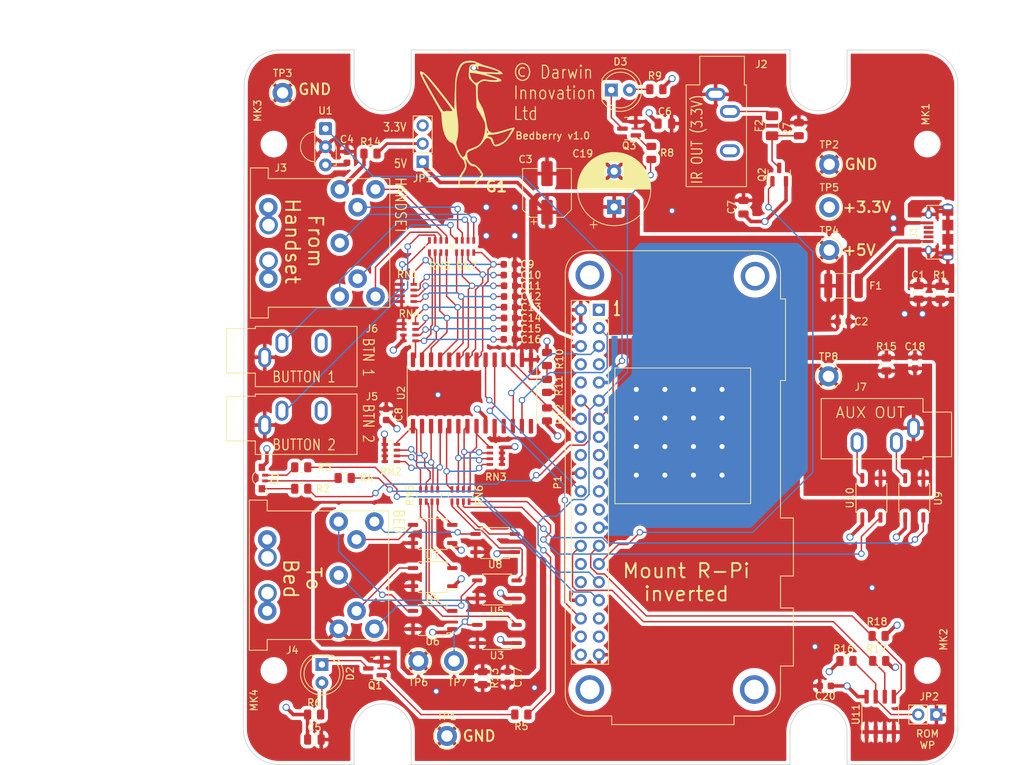
<source format=kicad_pcb>
(kicad_pcb (version 20211014) (generator pcbnew)
  (title_block (date "15 nov 2012"))
  (layers (0 "F.Cu" signal) (1 "In1.Cu" signal "Gnd.Cu") (2 "In2.Cu" signal "Pwr.Cu") (31 "B.Cu" signal) (34 "B.Paste" user) (35 "F.Paste" user) (36 "B.SilkS" user "B.Silkscreen") (37 "F.SilkS" user "F.Silkscreen") (38 "B.Mask" user) (39 "F.Mask" user) (44 "Edge.Cuts" user))
  (net 0 "")
  (net 1 "+3V3")
  (net 2 "+5V")
  (net 3 "GND")
  (net 4 "/ID_SD")
  (net 5 "/ID_SC")
  (net 6 "/GPIO26")
  (net 7 "/GPIO4(GCLK)")
  (net 8 "/GPIO14(TXD0)")
  (net 9 "/GPIO15(RXD0)")
  (net 10 "/GPIO22(GEN3)")
  (net 11 "Net-(R2-Pad1)")
  (net 12 "/GPIO24(GEN5)")
  (net 13 "/GPIO10(SPI0_MOSI)")
  (net 14 "/GPIO9(SPI0_MISO)")
  (net 15 "/GPIO11(SPI0_SCK)")
  (net 16 "/GPIO8(SPI0_CE_N)")
  (net 17 "/GPIO7(SPI1_CE_N)")
  (net 18 "/GPIO12(PWM0)")
  (net 19 "/GPIO19(SPI1_MISO)")
  (net 20 "/GPIO20(SPI1_MOSI)")
  (net 21 "/GPIO21(SPI1_SCK)")
  (net 22 "Net-(C9-Pad1)")
  (net 23 "Net-(C10-Pad1)")
  (net 24 "Net-(C11-Pad1)")
  (net 25 "Net-(C12-Pad1)")
  (net 26 "Net-(RN2-Pad1)")
  (net 27 "Net-(RN2-Pad2)")
  (net 28 "Net-(RN2-Pad3)")
  (net 29 "Net-(RN3-Pad1)")
  (net 30 "Net-(RN3-Pad2)")
  (net 31 "Net-(RN3-Pad3)")
  (net 32 "Net-(J3-Pad2)")
  (net 33 "Net-(J3-Pad4)")
  (net 34 "Net-(J3-Pad6)")
  (net 35 "Net-(J3-Pad3)")
  (net 36 "Net-(J3-Pad5)")
  (net 37 "Net-(J3-Pad7)")
  (net 41 "/USB_SHIELD")
  (net 42 "Net-(D2-Pad1)")
  (net 43 "Net-(D2-Pad2)")
  (net 44 "Net-(D3-Pad1)")
  (net 45 "Net-(D3-Pad2)")
  (net 46 "/GPIO2_SDA1")
  (net 47 "/GPIO3_SCL1")
  (net 48 "/GPIO17_IR_OUT")
  (net 49 "/GPIO18_PWM0_LED_R")
  (net 50 "/GPIO27_IR_IN")
  (net 51 "/GPIO25_INTA")
  (net 52 "/GPIO5_AUX_OUT")
  (net 53 "/GPIO6_LED_B")
  (net 54 "/GPIO13_PWM1_LED_G")
  (net 55 "/GPIO16_INTB")
  (net 56 "Net-(Q1-Pad1)")
  (net 57 "Net-(Q3-Pad1)")
  (net 58 "/IO_Bed/DIN_OUT_COMMON")
  (net 59 "/IO_Bed/JACK_OUT_COMMON")
  (net 60 "/IO_Bed/DIN_IN_COMMON")
  (net 61 "Net-(J5-PadT)")
  (net 62 "Net-(JP1-Pad2)")
  (net 63 "Net-(RN5-Pad5)")
  (net 64 "Net-(RN6-Pad5)")
  (net 65 "Net-(RN3-Pad4)")
  (net 66 "Net-(RN6-Pad6)")
  (net 67 "Net-(RN6-Pad7)")
  (net 68 "Net-(RN6-Pad8)")
  (net 69 "Net-(RN2-Pad4)")
  (net 70 "Net-(RN5-Pad6)")
  (net 71 "Net-(RN5-Pad7)")
  (net 72 "Net-(RN5-Pad8)")
  (net 73 "Net-(C13-Pad1)")
  (net 74 "Net-(C14-Pad1)")
  (net 75 "Net-(C15-Pad1)")
  (net 76 "Net-(C16-Pad1)")
  (net 77 "Net-(F2-Pad2)")
  (net 78 "Net-(F2-Pad1)")
  (net 79 "Net-(J4-Pad2)")
  (net 80 "Net-(J4-Pad3)")
  (net 81 "Net-(J4-Pad4)")
  (net 82 "Net-(J4-Pad5)")
  (net 83 "Net-(J4-Pad6)")
  (net 84 "Net-(J4-Pad7)")
  (net 85 "Net-(J6-PadT)")
  (net 86 "Net-(J7-PadT)")
  (net 87 "Net-(J7-PadR)")
  (net 88 "Net-(R10-Pad2)")
  (net 89 "Net-(R3-Pad1)")
  (net 92 "Net-(JP2-Pad2)")
  (net 93 "/USB_VBUS")
  (net 94 "Net-(R4-Pad1)")
  (net 95 "/GPIO23_RESET")
  (footprint "MountingHole:MountingHole_2.7mm_M2.5" (layer "F.Cu") (at 245.72 113.17 90)
    (fp_text reference "MK1")
    (fp_text value "M2.5")
  )
  (footprint "MountingHole:MountingHole_2.7mm_M2.5" (layer "F.Cu") (at 245.72 186.83 90)
    (fp_text reference "MK2")
    (fp_text value "M2.5")
  )
  (footprint "MountingHole:MountingHole_2.7mm_M2.5" (layer "F.Cu") (at 154.28 113.17 -90)
    (fp_text reference "MK3")
    (fp_text value "M2.5")
  )
  (footprint "MountingHole:MountingHole_2.7mm_M2.5" (layer "F.Cu") (at 154.28 186.83 -90)
    (fp_text reference "MK4")
    (fp_text value "M2.5")
  )
  (footprint "wheelberry:Raspberry_Pi_Zero_2W_Socketed_THT_FaceDown_MountingHoles" (layer "F.Cu") (at 195 128)
    (fp_text reference "P1")
    (fp_text value "RPi Zero 2 W")
  )
  (footprint "Connector_Audio:Jack_3.5mm_CUI_SJ1-3533NG_Horizontal" (layer "F.Cu") (at 153 152.48 90)
    (fp_text reference "J5")
    (fp_text value "SJ1-3533NG")
  )
  (footprint "Package_SO:SOP-4_3.8x4.1mm_P2.54mm" (layer "F.Cu") (at 237.9 162.67 90)
    (fp_text reference "U10")
    (fp_text value "CPC1017N")
  )
  (footprint "Capacitor_SMD:C_0805_2012Metric" (layer "F.Cu") (at 244.5 133.925 -90)
    (fp_text reference "C1")
    (fp_text value "1nF 0805")
  )
  (footprint "Capacitor_SMD:C_0603_1608Metric" (layer "F.Cu") (at 187.275 134.5)
    (fp_text reference "C12")
    (fp_text value "100nF 0603")
  )
  (footprint "TestPoint:TestPoint_Keystone_5005-5009_Compact" (layer "F.Cu") (at 231.9 145.67)
    (fp_text reference "TP8")
    (fp_text value "TestPoint")
  )
  (footprint "TestPoint:TestPoint_Keystone_5005-5009_Compact" (layer "F.Cu") (at 178.5 196)
    (fp_text reference "TP1")
    (fp_text value "TestPoint")
  )
  (footprint "Resistor_SMD:R_Array_Concave_4x0603" (layer "F.Cu") (at 170.65 156.4 180)
    (fp_text reference "RN2")
    (fp_text value "10k")
  )
  (footprint "Capacitor_SMD:C_0603_1608Metric" (layer "F.Cu") (at 233.95 138)
    (fp_text reference "C2")
    (fp_text value "100nF 0603")
  )
  (footprint "TestPoint:TestPoint_Keystone_5005-5009_Compact" (layer "F.Cu") (at 155.5 106)
    (fp_text reference "TP3")
    (fp_text value "TestPoint")
  )
  (footprint "TestPoint:TestPoint_Keystone_5005-5009_Compact" (layer "F.Cu") (at 174.5 185.5)
    (fp_text reference "TP6")
    (fp_text value "TestPoint")
  )
  (footprint "OptoDevice:Vishay_MINICAST-3Pin" (layer "F.Cu") (at 161.5 111 -90)
    (fp_text reference "U1")
    (fp_text value "TSOP382xx")
  )
  (footprint "TestPoint:TestPoint_Keystone_5005-5009_Compact" (layer "F.Cu") (at 179.5 185.5)
    (fp_text reference "TP7")
    (fp_text value "TestPoint")
  )
  (footprint "wheelberry:pro-signal_DIN7_Socket" (layer "F.Cu") (at 151 127)
    (fp_text reference "J3")
    (fp_text value "DIN-7")
  )
  (footprint "Resistor_SMD:R_Array_Concave_4x0603" (layer "F.Cu") (at 176 162.35 -90)
    (fp_text reference "RN5")
    (fp_text value "1.5k")
  )
  (footprint "Resistor_SMD:R_Array_Concave_4x0603" (layer "F.Cu") (at 180.4 162.35 -90)
    (fp_text reference "RN6")
    (fp_text value "1.5k")
  )
  (footprint "Resistor_SMD:R_Array_Concave_4x0603" (layer "F.Cu") (at 181.05 127.5 -90)
    (fp_text reference "RN7")
    (fp_text value "1.5k")
  )
  (footprint "Package_TO_SOT_SMD:SOT-23" (layer "F.Cu") (at 225 117.4375 90)
    (fp_text reference "Q2")
    (fp_text value "MOSFET P-Ch")
  )
  (footprint "LED_THT:LED_D5.0mm_IRGrey" (layer "F.Cu") (at 201.5 105.6)
    (fp_text reference "D3")
    (fp_text value "SFH4546")
  )
  (footprint "Capacitor_SMD:C_0603_1608Metric" (layer "F.Cu") (at 187.275 136)
    (fp_text reference "C13")
    (fp_text value "100nF 0603")
  )
  (footprint "Package_SO:SOP-4_3.8x4.1mm_P2.54mm" (layer "F.Cu") (at 185.5 181.73 180)
    (fp_text reference "U3")
    (fp_text value "CPC1017N")
  )
  (footprint "Resistor_SMD:R_0805_2012Metric" (layer "F.Cu") (at 247.55 133.975 -90)
    (fp_text reference "R1")
    (fp_text value "1M")
  )
  (footprint "Package_TO_SOT_SMD:SOT-23" (layer "F.Cu") (at 168.4375 186.55 180)
    (fp_text reference "Q1")
    (fp_text value "BC817")
  )
  (footprint "Resistor_SMD:R_0805_2012Metric" (layer "F.Cu") (at 207.1 114.4 90)
    (fp_text reference "R8")
    (fp_text value "1k")
  )
  (footprint "Package_SO:SOP-4_3.8x4.1mm_P2.54mm" (layer "F.Cu") (at 176.5 173.77 180)
    (fp_text reference "U4")
    (fp_text value "CPC1017N")
  )
  (footprint "Capacitor_SMD:C_0603_1608Metric" (layer "F.Cu") (at 187.225 130)
    (fp_text reference "C9")
    (fp_text value "100nF 0603")
  )
  (footprint "Capacitor_SMD:C_0805_2012Metric" (layer "F.Cu") (at 220 122 90)
    (fp_text reference "C7")
    (fp_text value "1uF 0805")
  )
  (footprint "Resistor_SMD:R_Array_Concave_4x0603" (layer "F.Cu") (at 173.25 139.5)
    (fp_text reference "RN4")
    (fp_text value "10k")
  )
  (footprint "Capacitor_SMD:C_0603_1608Metric" (layer "F.Cu") (at 244 143.775 90)
    (fp_text reference "C18")
    (fp_text value "100nF 0603")
  )
  (footprint "Resistor_SMD:R_0805_2012Metric" (layer "F.Cu") (at 234.4125 185.5)
    (fp_text reference "R16")
    (fp_text value "1k")
  )
  (footprint "Capacitor_SMD:C_0603_1608Metric" (layer "F.Cu") (at 187.225 131.5)
    (fp_text reference "C10")
    (fp_text value "100nF 0603")
  )
  (footprint "wheelberry:pro-signal_DIN7_Socket" (layer "F.Cu") (at 150.845 173.5)
    (fp_text reference "J4")
    (fp_text value "DIN-7")
  )
  (footprint "wheelberry:darwin_innovation_logo" (layer "F.Cu") (at 181.4 110.3)
    (fp_text reference "G1")
    (fp_text value "LOGO" hide)
  )
  (footprint "Resistor_SMD:R_0805_2012Metric" (layer "F.Cu") (at 207.8 105.5 180)
    (fp_text reference "R9")
    (fp_text value "5.6")
  )
  (footprint "Package_TO_SOT_SMD:SOT-23" (layer "F.Cu") (at 204 111 180)
    (fp_text reference "Q3")
    (fp_text value "BC817")
  )
  (footprint "Resistor_SMD:R_0805_2012Metric" (layer "F.Cu") (at 167.8 114.5)
    (fp_text reference "R14")
    (fp_text value "5.6")
  )
  (footprint "Connector_Audio:Jack_3.5mm_CUI_SJ1-3533NG_Horizontal" (layer "F.Cu") (at 243.8 152.9 -90)
    (fp_text reference "J7")
    (fp_text value "SJ1-3533NG")
  )
  (footprint "Package_SO:SOIC-8_3.9x4.9mm_P1.27mm" (layer "F.Cu") (at 239.135 192.975 90)
    (fp_text reference "U11")
    (fp_text value "CAT24C128")
  )
  (footprint "Package_SO:SOIC-28W_7.5x17.9mm_P1.27mm" (layer "F.Cu") (at 182 148 90)
    (fp_text reference "U2")
    (fp_text value "MCP23017-E/SO")
  )
  (footprint "Capacitor_SMD:C_0603_1608Metric" (layer "F.Cu") (at 231.45 189 180)
    (fp_text reference "C20")
    (fp_text value "100nF 0603")
  )
  (footprint "Connector_USB:USB_Micro-B_Amphenol_10118194_Horizontal" (layer "F.Cu") (at 247.3 125.5 90)
    (fp_text reference "J1")
    (fp_text value "USB Micro-B")
  )
  (footprint "Capacitor_SMD:C_0805_2012Metric" (layer "F.Cu") (at 209 110.3)
    (fp_text reference "C6")
    (fp_text value "1uF 0805")
  )
  (footprint "Fuse:Fuse_1206_3216Metric" (layer "F.Cu") (at 224 110.6 90)
    (fp_text reference "F2")
    (fp_text value "1206L150THWR")
  )
  (footprint "Fuse:Fuse_1812_4532Metric" (layer "F.Cu") (at 234 133 180)
    (fp_text reference "F1")
    (fp_text value "MP005240")
  )
  (footprint "Package_SO:SOP-4_3.8x4.1mm_P2.54mm" (layer "F.Cu") (at 185.25 169 180)
    (fp_text reference "U8")
    (fp_text value "CPC1017N")
  )
  (footprint "Package_SO:SOP-4_3.8x4.1mm_P2.54mm" (layer "F.Cu") (at 176.5 179.77 180)
    (fp_text reference "U6")
    (fp_text value "CPC1017N")
  )
  (footprint "Package_SO:SOP-4_3.8x4.1mm_P2.54mm" (layer "F.Cu") (at 185.5 175.5 180)
    (fp_text reference "U5")
    (fp_text value "CPC1017N")
  )
  (footprint "Resistor_SMD:R_0805_2012Metric" (layer "F.Cu") (at 192.5 147 -90)
    (fp_text reference "R11")
    (fp_text value "10k")
  )
  (footprint "Capacitor_SMD:C_0603_1608Metric" (layer "F.Cu") (at 187.275 133)
    (fp_text reference "C11")
    (fp_text value "100nF 0603")
  )
  (footprint "Package_SO:SOP-4_3.8x4.1mm_P2.54mm" (layer "F.Cu") (at 176.5 167.73 180)
    (fp_text reference "U7")
    (fp_text value "CPC1017N")
  )
  (footprint "Connector_PinHeader_2.54mm:PinHeader_1x03_P2.54mm_Vertical" (layer "F.Cu") (at 175.1 115.64 180)
    (fp_text reference "JP1")
    (fp_text value "Jumper")
  )
  (footprint "Resistor_SMD:R_0805_2012Metric" (layer "F.Cu") (at 164.1875 159.9)
    (fp_text reference "R4")
    (fp_text value "5.6")
  )
  (footprint "Resistor_SMD:R_0805_2012Metric" (layer "F.Cu") (at 192.5 143.25 -90)
    (fp_text reference "R10")
    (fp_text value "10k")
  )
  (footprint "Resistor_SMD:R_0805_2012Metric" (layer "F.Cu") (at 158.1125 161.4)
    (fp_text reference "R2")
    (fp_text value "120")
  )
  (footprint "Capacitor_SMD:C_0603_1608Metric" (layer "F.Cu") (at 187.225 140.5)
    (fp_text reference "C16")
    (fp_text value "100nF 0603")
  )
  (footprint "TestPoint:TestPoint_Keystone_5005-5009_Compact" (layer "F.Cu") (at 232 122)
    (fp_text reference "TP5")
    (fp_text value "TestPoint")
  )
  (footprint "LED_THT:LED_D5.0mm_IRGrey" (layer "F.Cu") (at 161 186 -90)
    (fp_text reference "D2")
    (fp_text value "SFH4546")
  )
  (footprint "LED_SMD:LED_Kingbright_APFA3010_3x1.5mm_Horizontal" (layer "F.Cu") (at 152.6 159.9 90)
    (fp_text reference "D1")
    (fp_text value "KPFA-3010RGBC-11")
  )
  (footprint "Connector_Audio:Jack_3.5mm_CUI_SJ1-3533NG_Horizontal" (layer "F.Cu") (at 216.1 106.2)
    (fp_text reference "J2")
    (fp_text value "SJ1-3533NG")
  )
  (footprint "Package_SO:SOP-4_3.8x4.1mm_P2.54mm" (layer "F.Cu") (at 243.9 162.67 90)
    (fp_text reference "U9")
    (fp_text value "CPC1017N")
  )
  (footprint "Resistor_SMD:R_Array_Concave_4x0603" (layer "F.Cu") (at 177.25 127.5 -90)
    (fp_text reference "RN8")
    (fp_text value "1.5k")
  )
  (footprint "Resistor_SMD:R_0805_2012Metric" (layer "F.Cu") (at 192.5 151 90)
    (fp_text reference "R12")
    (fp_text value "10k")
  )
  (footprint "TestPoint:TestPoint_Keystone_5005-5009_Compact" (layer "F.Cu") (at 232 116)
    (fp_text reference "TP2")
    (fp_text value "TestPoint")
  )
  (footprint "Capacitor_THT:CP_Radial_D10.0mm_P5.00mm" (layer "F.Cu") (at 201.9 121.967677 90)
    (fp_text reference "C19")
    (fp_text value "100uF 10mm TH")
  )
  (footprint "Resistor_SMD:R_0805_2012Metric" (layer "F.Cu") (at 227.75 111.0875 90)
    (fp_text reference "R7")
    (fp_text value "10k")
  )
  (footprint "Capacitor_SMD:C_0603_1608Metric" (layer "F.Cu") (at 164.5 115 90)
    (fp_text reference "C4")
    (fp_text value "100nF 0603")
  )
  (footprint "Connector_PinHeader_2.54mm:PinHeader_1x02_P2.54mm_Vertical" (layer "F.Cu") (at 247 193 -90)
    (fp_text reference "JP2")
    (fp_text value "Jumper_2_Open")
  )
  (footprint "Resistor_SMD:R_0805_2012Metric" (layer "F.Cu") (at 158.1125 158.4)
    (fp_text reference "R3")
    (fp_text value "5.6")
  )
  (footprint "Capacitor_SMD:C_0603_1608Metric" (layer "F.Cu") (at 187.275 137.5)
    (fp_text reference "C14")
    (fp_text value "100nF 0603")
  )
  (footprint "Resistor_SMD:R_Array_Concave_4x0603" (layer "F.Cu") (at 173 134)
    (fp_text reference "RN1")
    (fp_text value "10k")
  )
  (footprint "Resistor_SMD:R_0805_2012Metric" (layer "F.Cu") (at 239 185.5 180)
    (fp_text reference "R17")
    (fp_text value "1k")
  )
  (footprint "Connector_Audio:Jack_3.5mm_CUI_SJ1-3533NG_Horizontal" (layer "F.Cu") (at 153 143 90)
    (fp_text reference "J6")
    (fp_text value "SJ1-3533NG")
  )
  (footprint "Resistor_SMD:R_0805_2012Metric" (layer "F.Cu") (at 183.5 187.9125 -90)
    (fp_text reference "R13")
    (fp_text value "1M")
  )
  (footprint "Capacitor_SMD:C_0603_1608Metric" (layer "F.Cu") (at 187.275 139)
    (fp_text reference "C15")
    (fp_text value "100nF 0603")
  )
  (footprint "Capacitor_SMD:CP_Elec_6.3x7.7" (layer "F.Cu") (at 192.5 120 90)
    (fp_text reference "C3")
    (fp_text value "100uF SMD")
  )
  (footprint "Capacitor_SMD:C_0603_1608Metric" (layer "F.Cu") (at 187 187.775 -90)
    (fp_text reference "C17")
    (fp_text value "100nF 0603")
  )
  (footprint "Resistor_SMD:R_0805_2012Metric" (layer "F.Cu") (at 240 144 90)
    (fp_text reference "R15")
    (fp_text value "1M")
  )
  (footprint "Resistor_SMD:R_0805_2012Metric" (layer "F.Cu") (at 188.9125 193 180)
    (fp_text reference "R5")
    (fp_text value "1k")
  )
  (footprint "Capacitor_SMD:C_0603_1608Metric" (layer "F.Cu") (at 170 151 90)
    (fp_text reference "C8")
    (fp_text value "100nF 0603")
  )
  (footprint "Capacitor_SMD:C_0805_2012Metric" (layer "F.Cu") (at 159.95 196.5)
    (fp_text reference "C5")
    (fp_text value "1uF 0805")
  )
  (footprint "Resistor_SMD:R_Array_Concave_4x0603" (layer "F.Cu") (at 185.35 156.8)
    (fp_text reference "RN3")
    (fp_text value "10k")
  )
  (footprint "TestPoint:TestPoint_Keystone_5005-5009_Compact" (layer "F.Cu") (at 232 128)
    (fp_text reference "TP4")
    (fp_text value "TestPoint")
  )
  (footprint "Resistor_SMD:R_0805_2012Metric" (layer "F.Cu") (at 238.9125 182 180)
    (fp_text reference "R18")
    (fp_text value "1k")
  )
  (footprint "Resistor_SMD:R_0805_2012Metric" (layer "F.Cu") (at 159.9125 193)
    (fp_text reference "R6")
    (fp_text value "5.6")
  )
  (gr_line locked (start 165.5 195.5) (end 165.5 200) (layer "Edge.Cuts") (width 0.1))
  (gr_arc locked (start 245 100) (mid 248.547703 101.452297) (end 250 105) (layer "Edge.Cuts") (width 0.1))
  (gr_line locked (start 173.5 100) (end 226.5 100) (layer "Edge.Cuts") (width 0.1))
  (gr_line locked (start 245 200) (end 234.5 200) (layer "Edge.Cuts") (width 0.1))
  (gr_line locked (start 226.5 100) (end 226.5 104.5) (layer "Edge.Cuts") (width 0.1))
  (gr_line locked (start 165.5 100) (end 165.5 104.5) (layer "Edge.Cuts") (width 0.1))
  (gr_line locked (start 173.5 104.5) (end 173.5 100) (layer "Edge.Cuts") (width 0.1))
  (gr_arc locked (start 165.5 195.5) (mid 169.5 191.5) (end 173.5 195.5) (layer "Edge.Cuts") (width 0.1))
  (gr_line locked (start 155 100) (end 165.5 100) (layer "Edge.Cuts") (width 0.1))
  (gr_line locked (start 150 195) (end 150.12132 105) (layer "Edge.Cuts") (width 0.1))
  (gr_line locked (start 234.5 200) (end 234.5 195.5) (layer "Edge.Cuts") (width 0.1))
  (gr_arc locked (start 150.12132 105) (mid 151.521488 101.486042) (end 155 100) (layer "Edge.Cuts") (width 0.1))
  (gr_line locked (start 234.5 104.5) (end 234.5 100) (layer "Edge.Cuts") (width 0.1))
  (gr_arc locked (start 226.5 195.5) (mid 230.5 191.5) (end 234.5 195.5) (layer "Edge.Cuts") (width 0.1))
  (gr_line locked (start 173.5 200) (end 173.5 195.5) (layer "Edge.Cuts") (width 0.1))
  (gr_line locked (start 226.5 200) (end 173.5 200) (layer "Edge.Cuts") (width 0.1))
  (gr_arc locked (start 155 200) (mid 151.471339 198.528661) (end 150 195) (layer "Edge.Cuts") (width 0.1))
  (gr_line locked (start 165.5 200) (end 155 200) (layer "Edge.Cuts") (width 0.1))
  (gr_arc locked (start 234.5 104.5) (mid 230.5 108.5) (end 226.5 104.5) (layer "Edge.Cuts") (width 0.1))
  (gr_line locked (start 234.5 100) (end 245 100) (layer "Edge.Cuts") (width 0.1))
  (gr_arc (start 250 195) (mid 248.521539 198.521539) (end 245 200) (layer "Edge.Cuts") (width 0.1))
  (gr_line locked (start 250 195) (end 250 105) (layer "Edge.Cuts") (width 0.1))
  (gr_line locked (start 226.5 195.5) (end 226.5 200) (layer "Edge.Cuts") (width 0.1))
  (gr_arc locked (start 173.5 104.5) (mid 169.5 108.5) (end 165.5 104.5) (layer "Edge.Cuts") (width 0.1))
  (gr_text "BTN 1" (at 167.5 143 270) (layer "F.SilkS") (effects (font (size 1.5 1.2))))
  (gr_text "BTN 2" (at 167.5 152.25 270) (layer "F.SilkS") (effects (font (size 1.5 1.2))))
  (gr_text "To\nBed" (at 158.25 174 270) (layer "F.SilkS") (effects (font (size 2 2) (thickness 0.25))))
  (gr_text "Mount R-Pi\ninverted" (at 212 174.5) (layer "F.SilkS") (effects (font (size 2 2) (thickness 0.25))))
  (gr_text "© Darwin \nInnovation\nLtd" (at 187.7 106) (layer "F.SilkS") (effects (font (size 1.8 1.5)) (justify left)))
  (gr_text "Bedberry v1.0" (at 193.3 112) (layer "F.SilkS") (effects (font (size 1 1))))
  (gr_text "3.3V" (at 171.2 110.8) (layer "F.SilkS") (effects (font (size 1.2 1))))
  (gr_text "BUTTON 2" (at 158.5 155.25) (layer "F.SilkS") (effects (font (size 1.5 1.2))))
  (gr_text "GND" (at 183 196) (layer "F.SilkS") (effects (font (size 1.5 1.5) (thickness 0.25))))
  (gr_text "+5V" (at 233.75 128) (layer "F.SilkS") (effects (font (size 1.5 1.5) (thickness 0.25)) (justify left)))
  (gr_text "5V" (at 172 115.9) (layer "F.SilkS") (effects (font (size 1.2 1))))
  (gr_text "1" (at 202.3 136.2) (layer "F.SilkS") (effects (font (size 2 1) (thickness 0.25))))
  (gr_text "GND" (at 234 116) (layer "F.SilkS") (effects (font (size 1.5 1.5) (thickness 0.25)) (justify left)))
  (gr_text "GND" (at 160 105.5) (layer "F.SilkS") (effects (font (size 1.5 1.5) (thickness 0.25))))
  (gr_text "ROM\nWP" (at 245.75 196.5) (layer "F.SilkS") (effects (font (size 1 1))))
  (gr_text "From\nHandset" (at 158.5 126.75 270) (layer "F.SilkS") (effects (font (size 2 2) (thickness 0.25))))
  (gr_text "HANDSET" (at 172 121.75 270) (layer "F.SilkS") (effects (font (size 1.5 1.2))))
  (gr_text "IR OUT (3.3V)" (at 213.5 112.5 90) (layer "F.SilkS") (effects (font (size 1.5 1.2))))
  (gr_text "AUX OUT" (at 237.75 150.75) (layer "F.SilkS") (effects (font (size 1.5 1.5))))
  (gr_text "+3.3V" (at 233.75 122) (layer "F.SilkS") (effects (font (size 1.5 1.5) (thickness 0.25)) (justify left)))
  (gr_text "BUTTON 1" (at 158.5 145.75) (layer "F.SilkS") (effects (font (size 1.5 1.2))))
  (gr_text "BED" (at 171.75 166 270) (layer "F.SilkS") (effects (font (size 1.5 1.2))))
  (segment (start 240.788339 186.375839) (end 239.9125 185.5) (width 0.5) (layer "F.Cu") (net 1))
  (segment (start 233.5 185.5) (end 232 187) (width 0.5) (layer "F.Cu") (net 1))
  (segment (start 169.75 155.15) (end 169.8 155.2) (width 0.5) (layer "F.Cu") (net 1))
  (segment (start 242.63 166.94) (end 241.4 168.17) (width 0.5) (layer "F.Cu") (net 1))
  (segment (start 192.5 152.5) (end 194 154) (width 0.5) (layer "F.Cu") (net 1))
  (segment (start 192.5 151.9125) (end 192.5 152.5) (width 0.5) (layer "F.Cu") (net 1))
  (segment (start 172.4 140.7) (end 172.3 140.7) (width 0.5) (layer "F.Cu") (net 1))
  (segment (start 188.25 176.77) (end 186.77 176.77) (width 0.5) (layer "F.Cu") (net 1))
  (segment (start 239.825 182) (end 241.325 180.5) (width 0.5) (layer "F.Cu") (net 1))
  (segment (start 236.63 165.42) (end 236.63 166.44) (width 0.5) (layer "F.Cu") (net 1))
  (segment (start 179.25 169) (end 180.25 170) (width 0.5) (layer "F.Cu") (net 1))
  (segment (start 188 170.27) (end 185.73 170.27) (width 0.5) (layer "F.Cu") (net 1))
  (segment (start 169.75 153.75) (end 169.75 155.15) (width 0.5) (layer "F.Cu") (net 1))
  (segment (start 206.8 109.05) (end 208.05 110.3) (width 0.5) (layer "F.Cu") (net 1))
  (segment (start 186.2 157.2) (end 186.2 156.4) (width 0.5) (layer "F.Cu") (net 1))
  (segment (start 237.23 190.5) (end 236 190.5) (width 0.5) (layer "F.Cu") (net 1))
  (segment (start 206.8 108.8) (end 206.8 109.05) (width 0.5) (layer "F.Cu") (net 1))
  (segment (start 179.25 175.04) (end 179.46 175.04) (width 0.5) (layer "F.Cu") (net 1))
  (segment (start 236.63 166.44) (end 234.9 168.17) (width 0.5) (layer "F.Cu") (net 1))
  (segment (start 192.5 140.75) (end 192.5 142.3375) (width 0.5) (layer "F.Cu") (net 1))
  (segment (start 225.95 121.05) (end 225.95 118.375) (width 0.5) (layer "F.Cu") (net 1))
  (segment (start 186.5 183) (end 186 182.5) (width 0.5) (layer "F.Cu") (net 1))
  (segment (start 153.3 155.8) (end 153.3 157.7) (width 0.5) (layer "F.Cu") (net 1))
  (segment (start 223 124) (end 221.05 124) (width 0.5) (layer "F.Cu") (net 1))
  (segment (start 188.25 183) (end 186.5 183) (width 0.5) (layer "F.Cu") (net 1))
  (segment (start 242.63 165.42) (end 242.63 166.94) (width 0.5) (layer "F.Cu") (net 1))
  (segment (start 208.7125 105.2875) (end 210 104) (width 0.5) (layer "F.Cu") (net 1))
  (segment (start 186.2 156.4) (end 186.2 155.6) (width 0.5) (layer "F.Cu") (net 1))
  (segment (start 172.4 139.9) (end 172.4 140.7) (width 0.5) (layer "F.Cu") (net 1))
  (segment (start 221.05 124) (end 220 122.95) (width 0.5) (layer "F.Cu") (net 1))
  (segment (start 208.7125 105.5) (end 208.7125 105.2875) (width 0.5) (layer "F.Cu") (net 1))
  (segment (start 159 193) (end 157 193) (width 0.5) (layer "F.Cu") (net 1))
  (segment (start 169.8 156.8) (end 169.8 156) (width 0.5) (layer "F.Cu") (net 1))
  (segment (start 223 124) (end 225.95 121.05) (width 0.5) (layer "F.Cu") (net 1))
  (segment (start 187.9 155.6) (end 188 155.5) (width 0.5) (layer "F.Cu") (net 1))
  (segment (start 164.5 115.95) (end 164.37 116.08) (width 0.5) (layer "F.Cu") (net 1))
  (segment (start 185.73 170.27) (end 185.5 170.5) (width 0.5) (layer "F.Cu") (net 1))
  (segment (start 157 193) (end 156 192) (width 0.5) (layer "F.Cu") (net 1))
  (segment (start 186.2 155.6) (end 187.9 155.6) (width 0.5) (layer "F.Cu") (net 1))
  (segment (start 170 151.775) (end 170.275 151.775) (width 0.5) (layer "F.Cu") (net 1))
  (segment (start 186.2 158) (end 186.2 157.2) (width 0.5) (layer "F.Cu") (net 1))
  (segment (start 179.25 181.04) (end 178.79 181.5) (width 0.5) (layer "F.Cu") (net 1))
  (segment (start 186.77 176.77) (end 186 176) (width 0.5) (layer "F.Cu") (net 1))
  (segment (start 183.905 152.65) (end 183.905 151.405) (width 0.5) (layer "F.Cu") (net 1))
  (segment (start 164.37 116.08) (end 161.5 116.08) (width 0.5) (layer "F.Cu") (net 1))
  (segment (start 241.325 180.5) (end 241.5 180.5) (width 0.5) (layer "F.Cu") (net 1))
  (segment (start 153.3 157.7) (end 152.6 158.4) (width 0.5) (layer "F.Cu") (net 1))
  (segment (start 172.3 140.7) (end 171 142) (width 0.5) (layer "F.Cu") (net 1))
  (segment (start 239.9125 185.5) (end 241.04 186.6275) (width 0.5) (layer "F.Cu") (net 1))
  (segment (start 183.905 151.405) (end 182.75 150.25) (width 0.5) (layer "F.Cu") (net 1))
  (segment (start 232.4 189) (end 234.5 189) (width 0.5) (layer "F.Cu") (net 1))
  (segment (start 170.275 151.775) (end 171.5 153) (width 0.5) (layer "F.Cu") (net 1))
  (segment (start 179.46 175.04) (end 180.5 174) (width 0.5) (layer "F.Cu") (net 1))
  (segment (start 236 190.5) (end 234.5 189) (width 0.5) (layer "F.Cu") (net 1))
  (segment (start 241.276339 186.375839) (end 240.788339 186.375839) (width 0.5) (layer "F.Cu") (net 1))
  (segment (start 169.8 156) (end 169.8 155.2) (width 0.5) (layer "F.Cu") (net 1))
  (segment (start 180.25 170) (end 180.5 170) (width 0.5) (layer "F.Cu") (net 1))
  (segment (start 169.8 157.6) (end 169.8 156.8) (width 0.5) (layer "F.Cu") (net 1))
  (segment (start 159 193) (end 159 196.5) (width 0.5) (layer "F.Cu") (net 1))
  (segment (start 178.79 181.5) (end 176.5 181.5) (width 0.5) (layer "F.Cu") (net 1))
  (via (at 232 187) (size 1) (drill 0.7) (layers "F.Cu" "B.Cu") (net 1))
  (via (at 206.8 108.8) (size 1) (drill 0.7) (layers "F.Cu" "B.Cu") (net 1))
  (via (at 210 104) (size 1) (drill 0.7) (layers "F.Cu" "B.Cu") (net 1))
  (via (at 171.5 153) (size 1) (drill 0.7) (layers "F.Cu" "B.Cu") (net 1))
  (via (at 241.5 180.5) (size 1) (drill 0.7) (layers "F.Cu" "B.Cu") (net 1))
  (via (at 185.5 170.5) (size 1) (drill 0.7) (layers "F.Cu" "B.Cu") (net 1))
  (via (at 182.75 150.25) (size 1) (drill 0.7) (layers "F.Cu" "B.Cu") (net 1))
  (via (at 188 155.5) (size 1) (drill 0.7) (layers "F.Cu" "B.Cu") (net 1))
  (via (at 186 182.5) (size 1) (drill 0.7) (layers "F.Cu" "B.Cu") (net 1))
  (via (at 223 124) (size 1) (drill 0.7) (layers "F.Cu" "B.Cu") (net 1))
  (via (at 153.3 155.8) (size 1) (drill 0.7) (layers "F.Cu" "B.Cu") (net 1))
  (via (at 234.9 168.17) (size 1) (drill 0.7) (layers "F.Cu" "B.Cu") (net 1))
  (via (at 186 176) (size 1) (drill 0.7) (layers "F.Cu" "B.Cu") (net 1))
  (via (at 234.5 189) (size 1) (drill 0.7) (layers "F.Cu" "B.Cu") (net 1))
  (via (at 171 142) (size 1) (drill 0.7) (layers "F.Cu" "B.Cu") (net 1))
  (via (at 180.5 174) (size 1) (drill 0.7) (layers "F.Cu" "B.Cu") (net 1))
  (via (at 241.4 168.17) (size 1) (drill 0.7) (layers "F.Cu" "B.Cu") (net 1))
  (via (at 156 192) (size 1) (drill 0.7) (layers "F.Cu" "B.Cu") (net 1))
  (via (at 194 154) (size 1) (drill 0.7) (layers "F.Cu" "B.Cu") (net 1))
  (via (at 169.75 153.75) (size 1) (drill 0.7) (layers "F.Cu" "B.Cu") (net 1))
  (via (at 241.276339 186.375839) (size 1) (drill 0.7) (layers "F.Cu" "B.Cu") (net 1))
  (via (at 176.5 181.5) (size 1) (drill 0.7) (layers "F.Cu" "B.Cu") (net 1))
  (via (at 192.5 140.75) (size 1) (drill 0.7) (layers "F.Cu" "B.Cu") (net 1))
  (via (at 180.5 170) (size 1) (drill 0.7) (layers "F.Cu" "B.Cu") (net 1))
  (segment (start 192.5 122.7) (end 188.34 118.54) (width 0.5) (layer "F.Cu") (net 2))
  (segment (start 177.54 118.54) (end 175.1 116.1) (width 0.5) (layer "F.Cu") (net 2))
  (segment (start 188.34 118.54) (end 177.54 118.54) (width 0.5) (layer "F.Cu") (net 2))
  (segment (start 175.1 116.1) (end 175.1 115.64) (width 0.5) (layer "F.Cu") (net 2))
  (segment (start 244.6 124.1875) (end 245.9275 124.1875) (width 0.4) (layer "F.Cu") (net 3))
  (segment (start 241.6875 124.1875) (end 244.6 124.1875) (width 0.5) (layer "F.Cu") (net 3))
  (segment (start 241 123.5) (end 241.6875 124.1875) (width 0.5) (layer "F.Cu") (net 3))
  (via (at 217 155.5) (size 1) (drill 0.7) (layers "F.Cu" "B.Cu") (net 3))
  (via (at 213 159.5) (size 1) (drill 0.7) (layers "F.Cu" "B.Cu") (net 3))
  (via (at 209 147.5) (size 1) (drill 0.7) (layers "F.Cu" "B.Cu") (net 3))
  (via (at 242.55 136.925) (size 1) (drill 0.7) (layers "F.Cu" "B.Cu") (net 3))
  (via (at 241 125) (size 1) (drill 0.7) (layers "F.Cu" "B.Cu") (net 3))
  (via (at 205 155.5) (size 1) (drill 0.7) (layers "F.Cu" "B.Cu") (net 3))
  (via (at 188 126) (size 1) (drill 0.7) (layers "F.Cu" "B.Cu") (net 3))
  (via (at 217 159.5) (size 1) (drill 0.7) (layers "F.Cu" "B.Cu") (net 3))
  (via (at 190.75 189.25) (size 0.9) (drill 0.6) (layers "F.Cu" "B.Cu") (net 3))
  (via (at 213 147.5) (size 1) (drill 0.7) (layers "F.Cu" "B.Cu") (net 3))
  (via (at 209 155.5) (size 1) (drill 0.7) (layers "F.Cu" "B.Cu") (net 3))
  (via (at 245.05 136.925) (size 1) (drill 0.7) (layers "F.Cu" "B.Cu") (net 3))
  (via (at 241 123.5) (size 1) (drill 0.7) (layers "F.Cu" "B.Cu") (net 3))
  (via (at 177.25 148.25) (size 0.9) (drill 0.6) (layers "F.Cu" "B.Cu") (net 3))
  (via (at 217 147.5) (size 1) (drill 0.7) (layers "F.Cu" "B.Cu") (net 3))
  (via (at 213 155.5) (size 1) (drill 0.7) (layers "F.Cu" "B.Cu") (net 3))
  (via (at 238 175.25) (size 0.9) (drill 0.6) (layers "F.Cu" "B.Cu") (net 3))
  (via (at 209 159.5) (size 1) (drill 0.7) (layers "F.Cu" "B.Cu") (net 3))
  (via (at 177 189.75) (size 0.9) (drill 0.6) (layers "F.Cu" "B.Cu") (net 3))
  (via (at 230 183.5) (size 0.9) (drill 0.6) (layers "F.Cu" "B.Cu") (net 3))
  (via (at 217 151.5) (size 1) (drill 0.7) (layers "F.Cu" "B.Cu") (net 3))
  (via (at 210 122.5) (size 0.9) (drill 0.6) (layers "F.Cu" "B.Cu") (net 3))
  (via (at 188 122) (size 1) (drill 0.7) (layers "F.Cu" "B.Cu") (net 3))
  (via (at 209 151.5) (size 1) (drill 0.7) (layers "F.Cu" "B.Cu") (net 3))
  (via (at 205 151.5) (size 1) (drill 0.7) (layers "F.Cu" "B.Cu") (net 3))
  (via (at 184 126) (size 1) (drill 0.7) (layers "F.Cu" "B.Cu") (net 3))
  (via (at 205 147.5) (size 1) (drill 0.7) (layers "F.Cu" "B.Cu") (net 3))
  (via (at 213 151.5) (size 1) (drill 0.7) (layers "F.Cu" "B.Cu") (net 3))
  (via (at 205 159.5) (size 1) (drill 0.7) (layers "F.Cu" "B.Cu") (net 3))
  (via (at 182.25 102.5) (size 0.9) (drill 0.6) (layers "F.Cu" "B.Cu") (net 3))
  (via (at 184 122) (size 1) (drill 0.7) (layers "F.Cu" "B.Cu") (net 3))
  (segment (start 235.2 179.2) (end 238 182) (width 0.2) (layer "F.Cu") (net 4))
  (segment (start 199.77 169.39) (end 198.620489 170.539511) (width 0.2) (layer "F.Cu") (net 4))
  (segment (start 198.620489 170.539511) (end 198.620489 172.406144) (width 0.2) (layer "F.Cu") (net 4))
  (segment (start 199.534834 173.320489) (end 200.520489 173.320489) (width 0.2) (layer "F.Cu") (net 4))
  (segment (start 242.07585 186.04467) (end 242.07585 189.46415) (width 0.2) (layer "F.Cu") (net 4))
  (segment (start 238 182) (end 238.03118 182) (width 0.2) (layer "F.Cu") (net 4))
  (segment (start 200.520489 173.320489) (end 206.4 179.2) (width 0.2) (layer "F.Cu") (net 4))
  (segment (start 242.07585 189.46415) (end 241.04 190.5) (width 0.2) (layer "F.Cu") (net 4))
  (segment (start 238.03118 182) (end 242.07585 186.04467) (width 0.2) (layer "F.Cu") (net 4))
  (segment (start 198.620489 172.406144) (end 199.534834 173.320489) (width 0.2) (layer "F.Cu") (net 4))
  (segment (start 206.4 179.2) (end 235.2 179.2) (width 0.2) (layer "F.Cu") (net 4))
  (segment (start 206 180) (end 232.5875 180) (width 0.2) (layer "F.Cu") (net 5))
  (segment (start 238.0875 185.5) (end 239.77 187.1825) (width 0.2) (layer "F.Cu") (net 5))
  (segment (start 197.23 169.39) (end 196.080489 170.539511) (width 0.2) (layer "F.Cu") (net 5))
  (segment (start 196.080489 170.539511) (end 196.080489 175.080489) (width 0.2) (layer "F.Cu") (net 5))
  (segment (start 201.619511 175.619511) (end 206 180) (width 0.2) (layer "F.Cu") (net 5))
  (segment (start 232.5875 180) (end 238.0875 185.5) (width 0.2) (layer "F.Cu") (net 5))
  (segment (start 196.080489 175.080489) (end 196.619511 175.619511) (width 0.2) (layer "F.Cu") (net 5))
  (segment (start 196.619511 175.619511) (end 201.619511 175.619511) (width 0.2) (layer "F.Cu") (net 5))
  (segment (start 239.77 187.1825) (end 239.77 190.5) (width 0.2) (layer "F.Cu") (net 5))
  (segment (start 157.2 161.4) (end 152.6 161.4) (width 0.2) (layer "F.Cu") (net 11))
  (segment (start 183.30548 142.288803) (end 183.5 142.094283) (width 0.2) (layer "F.Cu") (net 22))
  (segment (start 183.5 142.094283) (end 183.5 133.124949) (width 0.2) (layer "F.Cu") (net 22))
  (segment (start 184.249501 132.375448) (end 184.249501 130.750499) (width 0.2) (layer "F.Cu") (net 22))
  (segment (start 182.25 128.35) (end 183.35 128.35) (width 0.2) (layer "F.Cu") (net 22))
  (segment (start 173.85 131.07947) (end 175.520688 129.408782) (width 0.2) (layer "F.Cu") (net 22))
  (segment (start 183.35 128.35) (end 185 130) (width 0.2) (layer "F.Cu") (net 22))
  (segment (start 183.5 133.124949) (end 184.249501 132.375448) (width 0.2) (layer "F.Cu") (net 22))
  (segment (start 173.85 132.8) (end 173.85 131.07947) (width 0.2) (layer "F.Cu") (net 22))
  (segment (start 186.45 130) (end 185 130) (width 0.2) (layer "F.Cu") (net 22))
  (segment (start 183.30548 142.67952) (end 183.30548 142.288803) (width 0.2) (layer "F.Cu") (net 22))
  (segment (start 184.249501 130.750499) (end 185 130) (width 0.2) (layer "F.Cu") (net 22))
  (segment (start 182.635 143.35) (end 183.30548 142.67952) (width 0.2) (layer "F.Cu") (net 22))
  (via (at 185 130) (size 0.9) (drill 0.6) (layers "F.Cu" "B.Cu") (net 22))
  (via (at 175.520688 129.408782) (size 0.9) (drill 0.6) (layers "F.Cu" "B.Cu") (net 22))
  (segment (start 175.520688 129.408782) (end 176.111906 130) (width 0.2) (layer "B.Cu") (net 22))
  (segment (start 176.111906 130) (end 185 130) (width 0.2) (layer "B.Cu") (net 22))
  (segment (start 174.5 133.6) (end 174.750499 133.349501) (width 0.2) (layer "F.Cu") (net 23))
  (segment (start 181.45 129.371502) (end 183.5 131.421502) (width 0.2) (layer "F.Cu") (net 23))
  (segment (start 181.365 143.35) (end 182.03548 142.67952) (width 0.2) (layer "F.Cu") (net 23))
  (segment (start 182.03548 142.67952) (end 182.03548 142.288803) (width 0.2) (layer "F.Cu") (net 23))
  (segment (start 174.750499 133.349501) (end 174.750499 132.689455) (width 0.2) (layer "F.Cu") (net 23))
  (segment (start 185 131.5) (end 186.45 131.5) (width 0.2) (layer "F.Cu") (net 23))
  (segment (start 182.5 141.824283) (end 182.5 133.559956) (width 0.2) (layer "F.Cu") (net 23))
  (segment (start 181.45 128.35) (end 181.45 129.371502) (width 0.2) (layer "F.Cu") (net 23))
  (segment (start 174.750499 132.689455) (end 175.670225 131.769729) (width 0.2) (layer "F.Cu") (net 23))
  (segment (start 182.5 133.559956) (end 183.5 132.559956) (width 0.2) (layer "F.Cu") (net 23))
  (segment (start 183.5 132.559956) (end 183.5 131.421502) (width 0.2) (layer "F.Cu") (net 23))
  (segment (start 173.85 133.6) (end 174.5 133.6) (width 0.2) (layer "F.Cu") (net 23))
  (segment (start 182.03548 142.288803) (end 182.5 141.824283) (width 0.2) (layer "F.Cu") (net 23))
  (via (at 175.670225 131.769729) (size 0.9) (drill 0.6) (layers "F.Cu" "B.Cu") (net 23))
  (via (at 183.5 131.421502) (size 0.9) (drill 0.6) (layers "F.Cu" "B.Cu") (net 23))
  (via (at 185 131.5) (size 0.9) (drill 0.6) (layers "F.Cu" "B.Cu") (net 23))
  (segment (start 176.018452 131.421502) (end 183.5 131.421502) (width 0.2) (layer "B.Cu") (net 23))
  (segment (start 184.921502 131.421502) (end 183.5 131.421502) (width 0.2) (layer "B.Cu") (net 23))
  (segment (start 185 131.5) (end 184.921502 131.421502) (width 0.2) (layer "B.Cu") (net 23))
  (segment (start 175.670225 131.769729) (end 176.018452 131.421502) (width 0.2) (layer "B.Cu") (net 23))
  (segment (start 180.76548 142.67952) (end 180.76548 142.288803) (width 0.2) (layer "F.Cu") (net 24))
  (segment (start 181.5 133.5) (end 182 133) (width 0.2) (layer "F.Cu") (net 24))
  (segment (start 180.65 128.35) (end 180.65 131.65) (width 0.2) (layer "F.Cu") (net 24))
  (segment (start 174.5 134.4) (end 175.5 133.4) (width 0.2) (layer "F.Cu") (net 24))
  (segment (start 175.5 133.4) (end 175.5 133) (width 0.2) (layer "F.Cu") (net 24))
  (segment (start 181.5 141.554283) (end 181.5 133.5) (width 0.2) (layer "F.Cu") (net 24))
  (segment (start 180.65 131.65) (end 182 133) (width 0.2) (layer "F.Cu") (net 24))
  (segment (start 180.76548 142.288803) (end 181.5 141.554283) (width 0.2) (layer "F.Cu") (net 24))
  (segment (start 185 133) (end 186.5 133) (width 0.2) (layer "F.Cu") (net 24))
  (segment (start 173.85 134.4) (end 174.5 134.4) (width 0.2) (layer "F.Cu") (net 24))
  (segment (start 180.095 143.35) (end 180.76548 142.67952) (width 0.2) (layer "F.Cu") (net 24))
  (via (at 175.5 133) (size 0.9) (drill 0.6) (layers "F.Cu" "B.Cu") (net 24))
  (via (at 182 133) (size 0.9) (drill 0.6) (layers "F.Cu" "B.Cu") (net 24))
  (via (at 185 133) (size 0.9) (drill 0.6) (layers "F.Cu" "B.Cu") (net 24))
  (segment (start 185 133) (end 175.5 133) (width 0.2) (layer "B.Cu") (net 24))
  (segment (start 174.8 135.2) (end 175.5 134.5) (width 0.2) (layer "F.Cu") (net 25))
  (segment (start 178.825 143.35) (end 178.825 142.959283) (width 0.2) (layer "F.Cu") (net 25))
  (segment (start 180.749501 134.749501) (end 180.5 134.5) (width 0.2) (layer "F.Cu") (net 25))
  (segment (start 180.749501 141.034782) (end 180.749501 134.749501) (width 0.2) (layer "F.Cu") (net 25))
  (segment (start 179.85 133.85) (end 180.5 134.5) (width 0.2) (layer "F.Cu") (net 25))
  (segment (start 179.85 128.35) (end 179.85 133.85) (width 0.2) (layer "F.Cu") (net 25))
  (segment (start 185 134.5) (end 186.5 134.5) (width 0.2) (layer "F.Cu") (net 25))
  (segment (start 178.825 142.959283) (end 180.749501 141.034782) (width 0.2) (layer "F.Cu") (net 25))
  (segment (start 173.85 135.2) (end 174.8 135.2) (width 0.2) (layer "F.Cu") (net 25))
  (via (at 185 134.5) (size 0.9) (drill 0.6) (layers "F.Cu" "B.Cu") (net 25))
  (via (at 175.5 134.5) (size 0.9) (drill 0.6) (layers "F.Cu" "B.Cu") (net 25))
  (via (at 180.5 134.5) (size 0.9) (drill 0.6) (layers "F.Cu" "B.Cu") (net 25))
  (segment (start 176 134) (end 180 134) (width 0.2) (layer "B.Cu") (net 25))
  (segment (start 180 134) (end 180.5 134.5) (width 0.2) (layer "B.Cu") (net 25))
  (segment (start 175.5 134.5) (end 176 134) (width 0.2) (layer "B.Cu") (net 25))
  (segment (start 185 134.5) (end 180.5 134.5) (width 0.2) (layer "B.Cu") (net 25))
  (segment (start 172.659954 157.6) (end 173.529977 158.470023) (width 0.2) (layer "F.Cu") (net 26))
  (segment (start 177.2 161.5) (end 177.2 158.704805) (width 0.2) (layer "F.Cu") (net 26))
  (segment (start 171.5 157.6) (end 172.659954 157.6) (width 0.2) (layer "F.Cu") (net 26))
  (segment (start 177.555 158.349805) (end 177.494218 158.410587) (width 0.2) (layer "F.Cu") (net 26))
  (segment (start 177.555 152.65) (end 177.555 158.349805) (width 0.2) (layer "F.Cu") (net 26))
  (segment (start 177.2 158.704805) (end 177.494218 158.410587) (width 0.2) (layer "F.Cu") (net 26))
  (via (at 173.529977 158.470023) (size 0.9) (drill 0.6) (layers "F.Cu" "B.Cu") (net 26))
  (via (at 177.494218 158.410587) (size 0.9) (drill 0.6) (layers "F.Cu" "B.Cu") (net 26))
  (segment (start 173.529977 158.470023) (end 173.559954 158.5) (width 0.2) (layer "B.Cu") (net 26))
  (segment (start 177.404805 158.5) (end 177.494218 158.410587) (width 0.2) (layer "B.Cu") (net 26))
  (segment (start 173.559954 158.5) (end 177.404805 158.5) (width 0.2) (layer "B.Cu") (net 26))
  (segment (start 176.4 160.85) (end 176.4 161.5) (width 0.2) (layer "F.Cu") (net 27))
  (segment (start 176.285 152.65) (end 176.285 157.715) (width 0.2) (layer "F.Cu") (net 27))
  (segment (start 173.33937 156.8) (end 173.515748 156.976378) (width 0.2) (layer "F.Cu") (net 27))
  (segment (start 176.548522 157.978522) (end 176.548522 160.701478) (width 0.2) (layer "F.Cu") (net 27))
  (segment (start 176.285 157.715) (end 176.548522 157.978522) (width 0.2) (layer "F.Cu") (net 27))
  (segment (start 171.5 156.8) (end 173.33937 156.8) (width 0.2) (layer "F.Cu") (net 27))
  (segment (start 176.548522 160.701478) (end 176.4 160.85) (width 0.2) (layer "F.Cu") (net 27))
  (via (at 173.515748 156.976378) (size 0.9) (drill 0.6) (layers "F.Cu" "B.Cu") (net 27))
  (via (at 176.285 157.715) (size 0.9) (drill 0.6) (layers "F.Cu" "B.Cu") (net 27))
  (segment (start 176.285 157.715) (end 174.25437 157.715) (width 0.2) (layer "B.Cu") (net 27))
  (segment (start 174.25437 157.715) (end 173.515748 156.976378) (width 0.2) (layer "B.Cu") (net 27))
  (segment (start 174.850988 156.216599) (end 175.384889 156.7505) (width 0.2) (layer "F.Cu") (net 28))
  (segment (start 171.5 156) (end 173.37665 156) (width 0.2) (layer "F.Cu") (net 28))
  (segment (start 175.6 160.524949) (end 176.149012 159.975937) (width 0.2) (layer "F.Cu") (net 28))
  (segment (start 174.850988 152.814012) (end 174.850988 156.216599) (width 0.2) (layer "F.Cu") (net 28))
  (segment (start 175.6 161.5) (end 175.6 160.524949) (width 0.2) (layer "F.Cu") (net 28))
  (segment (start 173.37665 156) (end 173.499656 155.876994) (width 0.2) (layer "F.Cu") (net 28))
  (segment (start 175.384889 158.259939) (end 175.384889 156.7505) (width 0.2) (layer "F.Cu") (net 28))
  (segment (start 175.015 152.65) (end 174.850988 152.814012) (width 0.2) (layer "F.Cu") (net 28))
  (segment (start 176.149011 159.024061) (end 175.384889 158.259939) (width 0.2) (layer "F.Cu") (net 28))
  (segment (start 176.149012 159.975937) (end 176.149011 159.024061) (width 0.2) (layer "F.Cu") (net 28))
  (via (at 175.384889 156.7505) (size 0.9) (drill 0.6) (layers "F.Cu" "B.Cu") (net 28))
  (via (at 173.499656 155.876994) (size 0.9) (drill 0.6) (layers "F.Cu" "B.Cu") (net 28))
  (segment (start 175.384889 156.7505) (end 174.373162 156.7505) (width 0.2) (layer "B.Cu") (net 28))
  (segment (start 174.373162 156.7505) (end 173.499656 155.876994) (width 0.2) (layer "B.Cu") (net 28))
  (segment (start 181.749501 156.491537) (end 181.749501 161.600499) (width 0.2) (layer "F.Cu") (net 29))
  (segment (start 182.635 153.735) (end 184.5 155.6) (width 0.2) (layer "F.Cu") (net 29))
  (segment (start 182.635 152.65) (end 182.635 155.606038) (width 0.2) (layer "F.Cu") (net 29))
  (segment (start 182.635 155.606038) (end 181.749501 156.491537) (width 0.2) (layer "F.Cu") (net 29))
  (segment (start 180.9 161.65) (end 180.9 156.265341) (width 0.2) (layer "F.Cu") (net 30))
  (segment (start 183.099006 156.4) (end 183 156.300994) (width 0.2) (layer "F.Cu") (net 30))
  (segment (start 181.365 152.65) (end 180.9 153.115) (width 0.2) (layer "F.Cu") (net 30))
  (segment (start 180.9 156.235659) (end 180.914841 156.2505) (width 0.2) (layer "F.Cu") (net 30))
  (segment (start 180.9 156.265341) (end 180.914841 156.2505) (width 0.2) (layer "F.Cu") (net 30))
  (segment (start 180.9 153.115) (end 180.9 156.235659) (width 0.2) (layer "F.Cu") (net 30))
  (segment (start 184.5 156.4) (end 183.099006 156.4) (width 0.2) (layer "F.Cu") (net 30))
  (via (at 180.914841 156.2505) (size 0.9) (drill 0.6) (layers "F.Cu" "B.Cu") (net 30))
  (via (at 183 156.300994) (size 0.9) (drill 0.6) (layers "F.Cu" "B.Cu") (net 30))
  (segment (start 180.965335 156.300994) (end 183 156.300994) (width 0.2) (layer "B.Cu") (net 30))
  (segment (start 180.914841 156.2505) (end 180.965335 156.300994) (width 0.2) (layer "B.Cu") (net 30))
  (segment (start 183.200497 157.2) (end 183 157.400497) (width 0.2) (layer "F.Cu") (net 31))
  (segment (start 180.1 157.1) (end 180.1 161.65) (width 0.2) (layer "F.Cu") (net 31))
  (segment (start 180.1 152.655) (end 180.1 157.1) (width 0.2) (layer "F.Cu") (net 31))
  (segment (start 184.5 157.2) (end 183.200497 157.2) (width 0.2) (layer "F.Cu") (net 31))
  (segment (start 180.095 152.65) (end 180.1 152.655) (width 0.2) (layer "F.Cu") (net 31))
  (via (at 183 157.400497) (size 0.9) (drill 0.6) (layers "F.Cu" "B.Cu") (net 31))
  (via (at 180.1 157.1) (size 0.9) (drill 0.6) (layers "F.Cu" "B.Cu") (net 31))
  (segment (start 180.1 157.1) (end 182.699503 157.1) (width 0.2) (layer "B.Cu") (net 31))
  (segment (start 182.699503 157.1) (end 183 157.400497) (width 0.2) (layer "B.Cu") (net 31))
  (segment (start 182.25 123.75) (end 182.25 126.65) (width 0.2) (layer "F.Cu") (net 32))
  (via (at 182.25 123.75) (size 0.9) (drill 0.6) (layers "F.Cu" "B.Cu") (net 32))
  (segment (start 181.5 123) (end 167.5 123) (width 0.2) (layer "B.Cu") (net 32))
  (segment (start 182.25 123.75) (end 181.5 123) (width 0.2) (layer "B.Cu") (net 32))
  (segment (start 167.5 123) (end 163.5 127) (width 0.2) (layer "B.Cu") (net 32))
  (segment (start 180 124.940044) (end 180.65 125.590044) (width 0.2) (layer "F.Cu") (net 33))
  (segment (start 180.65 125.590044) (end 180.65 126.65) (width 0.2) (layer "F.Cu") (net 33))
  (segment (start 180 122.25) (end 180 124.940044) (width 0.2) (layer "F.Cu") (net 33))
  (via (at 180 122.25) (size 0.9) (drill 0.6) (layers "F.Cu" "B.Cu") (net 33))
  (segment (start 179.75 122) (end 166 122) (width 0.2) (layer "B.Cu") (net 33))
  (segment (start 180 122.25) (end 179.75 122) (width 0.2) (layer "B.Cu") (net 33))
  (segment (start 178.45 126.009956) (end 171.940044 119.5) (width 0.2) (layer "F.Cu") (net 34))
  (segment (start 178.45 126.65) (end 178.45 126.009956) (width 0.2) (layer "F.Cu") (net 34))
  (segment (start 171.940044 119.5) (end 168.5 119.5) (width 0.2) (layer "F.Cu") (net 34))
  (segment (start 181 123.75) (end 181.45 124.2) (width 0.2) (layer "F.Cu") (net 35))
  (segment (start 181.45 124.2) (end 181.45 126.65) (width 0.2) (layer "F.Cu") (net 35))
  (via (at 181 123.75) (size 0.9) (drill 0.6) (layers "F.Cu" "B.Cu") (net 35))
  (segment (start 180.999501 123.750499) (end 171.98745 123.750499) (width 0.2) (layer "B.Cu") (net 35))
  (segment (start 171.98745 123.750499) (end 163.5 132.237949) (width 0.2) (layer "B.Cu") (net 35))
  (segment (start 181 123.75) (end 180.999501 123.750499) (width 0.2) (layer "B.Cu") (net 35))
  (segment (start 163.5 132.237949) (end 163.5 134.5) (width 0.2) (layer "B.Cu") (net 35))
  (segment (start 179 125.8) (end 179.85 126.65) (width 0.2) (layer "F.Cu") (net 36))
  (segment (start 179 124.499999) (end 179 125.8) (width 0.2) (layer "F.Cu") (net 36))
  (via (at 179 124.499999) (size 0.9) (drill 0.6) (layers "F.Cu" "B.Cu") (net 36))
  (segment (start 173.5 124.5) (end 166 132) (width 0.2) (layer "B.Cu") (net 36))
  (segment (start 179 124.499999) (end 173.5 124.5) (width 0.2) (layer "B.Cu") (net 36))
  (segment (start 173.374072 125.500979) (end 177.150979 125.500979) (width 0.2) (layer "F.Cu") (net 37))
  (segment (start 168.5 130.375051) (end 173.374072 125.500979) (width 0.2) (layer "F.Cu") (net 37))
  (segment (start 168.5 134.5) (end 168.5 130.375051) (width 0.2) (layer "F.Cu") (net 37))
  (segment (start 177.65 126) (end 177.65 126.65) (width 0.2) (layer "F.Cu") (net 37))
  (segment (start 177.150979 125.500979) (end 177.65 126) (width 0.2) (layer "F.Cu") (net 37))
  (segment (start 166.41 185.46) (end 167.5 186.55) (width 0.2) (layer "F.Cu") (net 42))
  (segment (start 161.54 185.46) (end 166.41 185.46) (width 0.2) (layer "F.Cu") (net 42))
  (segment (start 161 186) (end 161.54 185.46) (width 0.2) (layer "F.Cu") (net 42))
  (segment (start 161 188.54) (end 161 192.825) (width 0.2) (layer "F.Cu") (net 43))
  (segment (start 161 192.825) (end 160.825 193) (width 0.2) (layer "F.Cu") (net 43))
  (segment (start 201.5 105.6) (end 201.5 109.4375) (width 0.2) (layer "F.Cu") (net 44))
  (segment (start 201.5 109.4375) (end 203.0625 111) (width 0.2) (layer "F.Cu") (net 44))
  (segment (start 204.04 105.6) (end 204.14 105.5) (width 0.2) (layer "F.Cu") (net 45))
  (segment (start 204.14 105.5) (end 206.8875 105.5) (width 0.2) (layer "F.Cu") (net 45))
  (segment (start 189 152.635) (end 189 149) (width 0.2) (layer "F.Cu") (net 46))
  (segment (start 188.985 152.65) (end 189 152.635) (width 0.2) (layer "F.Cu") (net 46))
  (via (at 189 149) (size 0.9) (drill 0.6) (layers "F.Cu" "B.Cu") (net 46))
  (segment (start 189 149) (end 192.860489 145.139511) (width 0.2) (layer "B.Cu") (net 46))
  (segment (start 200.919511 140.059511) (end 199.77 138.91) (width 0.2) (layer "B.Cu") (net 46))
  (segment (start 192.860489 145.139511) (end 200.246144 145.139511) (width 0.2) (layer "B.Cu") (net 46))
  (segment (start 200.919511 144.466144) (end 200.919511 140.059511) (width 0.2) (layer "B.Cu") (net 46))
  (segment (start 200.246144 145.139511) (end 200.919511 144.466144) (width 0.2) (layer "B.Cu") (net 46))
  (segment (start 187.779479 152.585521) (end 187.779479 148.279479) (width 0.2) (layer "F.Cu") (net 47))
  (segment (start 187.779479 148.279479) (end 187.5 148) (width 0.2) (layer "F.Cu") (net 47))
  (segment (start 187.715 152.65) (end 187.779479 152.585521) (width 0.2) (layer "F.Cu") (net 47))
  (via (at 187.5 148) (size 0.9) (drill 0.6) (layers "F.Cu" "B.Cu") (net 47))
  (segment (start 196.753856 142.599511) (end 198.620489 142.599511) (width 0.2) (layer "B.Cu") (net 47))
  (segment (start 193 142.5) (end 196.654345 142.5) (width 0.2) (layer "B.Cu") (net 47))
  (segment (start 198.620489 142.599511) (end 199.77 141.45) (width 0.2) (layer "B.Cu") (net 47))
  (segment (start 187.5 148) (end 193 142.5) (width 0.2) (layer "B.Cu") (net 47))
  (segment (start 196.654345 142.5) (end 196.753856 142.599511) (width 0.2) (layer "B.Cu") (net 47))
  (segment (start 193 171) (end 192 170) (width 0.2) (layer "F.Cu") (net 48))
  (segment (start 193 189.825) (end 193 171) (width 0.2) (layer "F.Cu") (net 48))
  (segment (start 189.825 193) (end 193 189.825) (width 0.2) (layer "F.Cu") (net 48))
  (segment (start 207 117.5) (end 207 115.4125) (width 0.2) (layer "F.Cu") (net 48))
  (segment (start 207 115.4125) (end 207.1 115.3125) (width 0.2) (layer "F.Cu") (net 48))
  (via (at 192 170) (size 0.9) (drill 0.6) (layers "F.Cu" "B.Cu") (net 48))
  (via (at 207 117.5) (size 0.9) (drill 0.6) (layers "F.Cu" "B.Cu") (net 48))
  (segment (start 199.77 149.07) (end 198.379511 150.460489) (width 0.2) (layer "B.Cu") (net 48))
  (segment (start 203.749501 120.750499) (end 203.749501 145.090499) (width 0.2) (layer "B.Cu") (net 48))
  (segment (start 207 117.5) (end 203.749501 120.750499) (width 0.2) (layer "B.Cu") (net 48))
  (segment (start 191.250499 169.250499) (end 192 170) (width 0.2) (layer "B.Cu") (net 48))
  (segment (start 198.379511 162.246144) (end 197.706144 162.919511) (width 0.2) (layer "B.Cu") (net 48))
  (segment (start 196.141443 162.919511) (end 193.810456 165.250498) (width 0.2) (layer "B.Cu") (net 48))
  (segment (start 193.810456 165.250498) (end 192.189546 165.250498) (width 0.2) (layer "B.Cu") (net 48))
  (segment (start 192.189546 165.250498) (end 191.250499 166.189545) (width 0.2) (layer "B.Cu") (net 48))
  (segment (start 191.250499 166.189545) (end 191.250499 169.250499) (width 0.2) (layer "B.Cu") (net 48))
  (segment (start 198.379511 150.460489) (end 198.379511 162.246144) (width 0.2) (layer "B.Cu") (net 48))
  (segment (start 203.749501 145.090499) (end 199.77 149.07) (width 0.2) (layer "B.Cu") (net 48))
  (segment (start 197.706144 162.919511) (end 196.141443 162.919511) (width 0.2) (layer "B.Cu") (net 48))
  (segment (start 197.706144 155.299511) (end 198.5 154.505655) (width 0.2) (layer "F.Cu") (net 49))
  (segment (start 191.5 159.5) (end 195.700489 155.299511) (width 0.2) (layer "F.Cu") (net 49))
  (segment (start 198.5 150.34) (end 197.23 149.07) (width 0.2) (layer "F.Cu") (net 49))
  (segment (start 191 159.5) (end 191.5 159.5) (width 0.2) (layer "F.Cu") (net 49))
  (segment (start 195.700489 155.299511) (end 197.706144 155.299511) (width 0.2) (layer "F.Cu") (net 49))
  (segment (start 168 162.5) (end 160.125 162.5) (width 0.2) (layer "F.Cu") (net 49))
  (segment (start 198.5 154.505655) (end 198.5 150.34) (width 0.2) (layer "F.Cu") (net 49))
  (segment (start 168.5 162) (end 168 162.5) (width 0.2) (layer "F.Cu") (net 49))
  (segment (start 160.125 162.5) (end 159.025 161.4) (width 0.2) (layer "F.Cu") (net 49))
  (via (at 168.5 162) (size 0.9) (drill 0.6) (layers "F.Cu" "B.Cu") (net 49))
  (via (at 191 159.5) (size 0.9) (drill 0.6) (layers "F.Cu" "B.Cu") (net 49))
  (segment (start 185.550499 160.749501) (end 186 160.3) (width 0.2) (layer "B.Cu") (net 49))
  (segment (start 169.750499 160.749501) (end 185.550499 160.749501) (width 0.2) (layer "B.Cu") (net 49))
  (segment (start 190.2 160.3) (end 191 159.5) (width 0.2) (layer "B.Cu") (net 49))
  (segment (start 186 160.3) (end 190.2 160.3) (width 0.2) (layer "B.Cu") (net 49))
  (segment (start 168.5 162) (end 169.750499 160.749501) (width 0.2) (layer "B.Cu") (net 49))
  (segment (start 201.75 149.63) (end 201.75 144.75) (width 0.2) (layer "F.Cu") (net 50))
  (segment (start 201.75 144.75) (end 203 143.5) (width 0.2) (layer "F.Cu") (net 50))
  (segment (start 199.77 151.61) (end 201.75 149.63) (width 0.2) (layer "F.Cu") (net 50))
  (via (at 203 143.5) (size 0.9) (drill 0.6) (layers "F.Cu" "B.Cu") (net 50))
  (segment (start 189.2 117.7) (end 168.2 117.7) (width 0.2) (layer "B.Cu") (net 50))
  (segment (start 203 143.5) (end 203 131.5) (width 0.2) (layer "B.Cu") (net 50))
  (segment (start 203 131.5) (end 189.2 117.7) (width 0.2) (layer "B.Cu") (net 50))
  (segment (start 168.2 117.7) (end 161.5 111) (width 0.2) (layer "B.Cu") (net 50))
  (segment (start 183.905 148.479645) (end 184.4255 149.000145) (width 0.2) (layer "F.Cu") (net 51))
  (segment (start 183.905 143.35) (end 183.905 148.479645) (width 0.2) (layer "F.Cu") (net 51))
  (via (at 184.4255 149.000145) (size 0.9) (drill 0.6) (layers "F.Cu" "B.Cu") (net 51))
  (segment (start 184.460145 149.000145) (end 184.4255 149.000145) (width 0.2) (layer "B.Cu") (net 51))
  (segment (start 197.23 161.77) (end 184.460145 149.000145) (width 0.2) (layer "B.Cu") (net 51))
  (segment (start 202.5 169.2) (end 199.77 171.93) (width 0.2) (layer "F.Cu") (net 52))
  (segment (start 205.5 167.5) (end 203.8 169.2) (width 0.2) (layer "F.Cu") (net 52))
  (segment (start 203.8 169.2) (end 202.5 169.2) (width 0.2) (layer "F.Cu") (net 52))
  (segment (start 223.5 119.451783) (end 223.5 122) (width 0.2) (layer "F.Cu") (net 52))
  (segment (start 224.05 118.901783) (end 223.5 119.451783) (width 0.2) (layer "F.Cu") (net 52))
  (segment (start 224.05 118.375) (end 224.05 118.901783) (width 0.2) (layer "F.Cu") (net 52))
  (via (at 205.5 167.5) (size 0.9) (drill 0.6) (layers "F.Cu" "B.Cu") (net 52))
  (via (at 223.5 122) (size 0.9) (drill 0.6) (layers "F.Cu" "B.Cu") (net 52))
  (segment (start 221.3 167.5) (end 229.699511 159.100489) (width 0.2) (layer "B.Cu") (net 52))
  (segment (start 205.5 167.5) (end 221.3 167.5) (width 0.2) (layer "B.Cu") (net 52))
  (segment (start 229.699511 159.100489) (end 229.699511 128.199511) (width 0.2) (layer "B.Cu") (net 52))
  (segment (start 229.699511 128.199511) (end 223.5 122) (width 0.2) (layer "B.Cu") (net 52))
  (segment (start 170.5 161.5) (end 168.9 159.9) (width 0.2) (layer "F.Cu") (net 53))
  (segment (start 168.9 159.9) (end 165.1 159.9) (width 0.2) (layer "F.Cu") (net 53))
  (via (at 170.5 161.5) (size 0.9) (drill 0.6) (layers "F.Cu" "B.Cu") (net 53))
  (segment (start 170.752511 161.752511) (end 182.692555 161.752511) (width 0.2) (layer "B.Cu") (net 53))
  (segment (start 194.019555 173.079511) (end 198.379511 173.079511) (width 0.2) (layer "B.Cu") (net 53))
  (segment (start 198.379511 173.079511) (end 199.77 174.47) (width 0.2) (layer "B.Cu") (net 53))
  (segment (start 170.5 161.5) (end 170.752511 161.752511) (width 0.2) (layer "B.Cu") (net 53))
  (segment (start 182.692555 161.752511) (end 194.019555 173.079511) (width 0.2) (layer "B.Cu") (net 53))
  (segment (start 171.5 162.502011) (end 171.5 161.44003) (width 0.2) (layer "F.Cu") (net 54))
  (segment (start 168.45997 158.4) (end 159.025 158.4) (width 0.2) (layer "F.Cu") (net 54))
  (segment (start 171.5 161.44003) (end 168.45997 158.4) (width 0.2) (layer "F.Cu") (net 54))
  (via (at 171.5 162.502011) (size 0.9) (drill 0.6) (layers "F.Cu" "B.Cu") (net 54))
  (segment (start 171.527966 162.529977) (end 182.905028 162.529977) (width 0.2) (layer "B.Cu") (net 54))
  (segment (start 182.905028 162.529977) (end 196.23554 175.860489) (width 0.2) (layer "B.Cu") (net 54))
  (segment (start 171.5 162.502011) (end 171.527966 162.529977) (width 0.2) (layer "B.Cu") (net 54))
  (segment (start 196.23554 175.860489) (end 198.620489 175.860489) (width 0.2) (layer "B.Cu") (net 54))
  (segment (start 198.620489 175.860489) (end 199.77 177.01) (width 0.2) (layer "B.Cu") (net 54))
  (segment (start 185.175 149.825) (end 184.5 150.5) (width 0.2) (layer "F.Cu") (net 55))
  (segment (start 195 163) (end 195 177.32) (width 0.2) (layer "F.Cu") (net 55))
  (segment (start 185.175 143.35) (end 185.175 149.825) (width 0.2) (layer "F.Cu") (net 55))
  (segment (start 195 177.32) (end 197.23 179.55) (width 0.2) (layer "F.Cu") (net 55))
  (via (at 184.5 150.5) (size 0.9) (drill 0.6) (layers "F.Cu" "B.Cu") (net 55))
  (via (at 195 163) (size 0.9) (drill 0.6) (layers "F.Cu" "B.Cu") (net 55))
  (segment (start 184.5 150.5) (end 195 161) (width 0.2) (layer "B.Cu") (net 55))
  (segment (start 195 161) (end 195 163) (width 0.2) (layer "B.Cu") (net 55))
  (segment (start 174.875 193) (end 188 193) (width 0.2) (layer "F.Cu") (net 56))
  (segment (start 169.375 187.5) (end 174.875 193) (width 0.2) (layer "F.Cu") (net 56))
  (segment (start 206.475 113.4875) (end 207.1 113.4875) (width 0.2) (layer "F.Cu") (net 57))
  (segment (start 204.9375 111.95) (end 206.475 113.4875) (width 0.2) (layer "F.Cu") (net 57))
  (segment (start 166.8875 116.1125) (end 166.8875 114.5) (width 0.5) (layer "F.Cu") (net 60))
  (segment (start 163.5 119.5) (end 166.8875 116.1125) (width 0.5) (layer "F.Cu") (net 60))
  (segment (start 173 127.5) (end 174.599511 125.900489) (width 0.2) (layer "F.Cu") (net 61))
  (segment (start 174.599511 125.900489) (end 176.750489 125.900489) (width 0.2) (layer "F.Cu") (net 61))
  (segment (start 176.85 126) (end 176.85 126.65) (width 0.2) (layer "F.Cu") (net 61))
  (segment (start 176.750489 125.900489) (end 176.85 126) (width 0.2) (layer "F.Cu") (net 61))
  (via (at 173 127.5) (size 0.9) (drill 0.6) (layers "F.Cu" "B.Cu") (net 61))
  (segment (start 155.4 150.48) (end 155.9 150.48) (width 0.2) (layer "B.Cu") (net 61))
  (segment (start 155.9 150.48) (end 173 133.38) (width 0.2) (layer "B.Cu") (net 61))
  (segment (start 173 133.38) (end 173 127.5) (width 0.2) (layer "B.Cu") (net 61))
  (segment (start 170.1125 113.1) (end 168.7125 114.5) (width 0.4) (layer "F.Cu") (net 62))
  (segment (start 175.1 113.1) (end 170.1125 113.1) (width 0.4) (layer "F.Cu") (net 62))
  (segment (start 177.90746 179.250499) (end 187.040499 179.250499) (width 0.2) (layer "F.Cu") (net 63))
  (segment (start 187.040499 179.250499) (end 188.25 180.46) (width 0.2) (layer "F.Cu") (net 63))
  (segment (start 174.8 163.2) (end 174.8 165.3) (width 0.2) (layer "F.Cu") (net 63))
  (segment (start 175.60096 166.10096) (end 175.60096 176.943999) (width 0.2) (layer "F.Cu") (net 63))
  (segment (start 175.60096 176.943999) (end 177.90746 179.250499) (width 0.2) (layer "F.Cu") (net 63))
  (segment (start 174.8 165.3) (end 175.60096 166.10096) (width 0.2) (layer "F.Cu") (net 63))
  (segment (start 185.808519 169.69548) (end 188.768519 169.69548) (width 0.2) (layer "F.Cu") (net 64))
  (segment (start 189.02452 169.951481) (end 189.02452 173.45548) (width 0.2) (layer "F.Cu") (net 64))
  (segment (start 188.768519 169.69548) (end 189.02452 169.951481) (width 0.2) (layer "F.Cu") (net 64))
  (segment (start 189.02452 173.45548) (end 188.25 174.23) (width 0.2) (layer "F.Cu") (net 64))
  (segment (start 179.2 163.85) (end 182.50548 167.15548) (width 0.2) (layer "F.Cu") (net 64))
  (segment (start 179.2 163.2) (end 179.2 163.85) (width 0.2) (layer "F.Cu") (net 64))
  (segment (start 183.268519 167.15548) (end 185.808519 169.69548) (width 0.2) (layer "F.Cu") (net 64))
  (segment (start 182.50548 167.15548) (end 183.268519 167.15548) (width 0.2) (layer "F.Cu") (net 64))
  (segment (start 178.451477 153.023523) (end 178.451477 158.951477) (width 0.2) (layer "F.Cu") (net 65))
  (segment (start 184.5 158) (end 183.5 158) (width 0.2) (layer "F.Cu") (net 65))
  (segment (start 183.5 158) (end 183 158.5) (width 0.2) (layer "F.Cu") (net 65))
  (segment (start 178.825 152.65) (end 178.451477 153.023523) (width 0.2) (layer "F.Cu") (net 65))
  (segment (start 178.451477 160.801477) (end 179.3 161.65) (width 0.2) (layer "F.Cu") (net 65))
  (segment (start 178.451477 158.951477) (end 178.451477 160.801477) (width 0.2) (layer "F.Cu") (net 65))
  (via (at 178.451477 158.951477) (size 0.9) (drill 0.6) (layers "F.Cu" "B.Cu") (net 65))
  (via (at 183 158.5) (size 0.9) (drill 0.6) (layers "F.Cu" "B.Cu") (net 65))
  (segment (start 182.548523 158.951477) (end 178.451477 158.951477) (width 0.2) (layer "B.Cu") (net 65))
  (segment (start 183 158.5) (end 182.548523 158.951477) (width 0.2) (layer "B.Cu") (net 65))
  (segment (start 183.434003 166.75597) (end 184.408033 167.73) (width 0.2) (layer "F.Cu") (net 66))
  (segment (start 180 163.85) (end 182.905969 166.755969) (width 0.2) (layer "F.Cu") (net 66))
  (segment (start 184.408033 167.73) (end 187.25 167.73) (width 0.2) (layer "F.Cu") (net 66))
  (segment (start 180 163.2) (end 180 163.85) (width 0.2) (layer "F.Cu") (net 66))
  (segment (start 182.905969 166.755969) (end 183.434003 166.75597) (width 0.2) (layer "F.Cu") (net 66))
  (segment (start 180.8 163.85) (end 180.95 164) (width 0.2) (layer "F.Cu") (net 67))
  (segment (start 245.17 165.42) (end 245.17 167.33) (width 0.2) (layer "F.Cu") (net 67))
  (segment (start 180.8 163.2) (end 180.8 163.85) (width 0.2) (layer "F.Cu") (net 67))
  (segment (start 245.17 167.33) (end 244 168.5) (width 0.2) (layer "F.Cu") (net 67))
  (segment (start 189 164) (end 192 167) (width 0.2) (layer "F.Cu") (net 67))
  (segment (start 180.95 164) (end 189 164) (width 0.2) (layer "F.Cu") (net 67))
  (via (at 192 167) (size 0.9) (drill 0.6) (layers "F.Cu" "B.Cu") (net 67))
  (via (at 244 168.5) (size 0.9) (drill 0.6) (layers "F.Cu" "B.Cu") (net 67))
  (segment (start 244 168.5) (end 243.5 169) (width 0.2) (layer "B.Cu") (net 67))
  (segment (start 193.240489 168.240489) (end 192 167) (width 0.2) (layer "B.Cu") (net 67))
  (segment (start 243.5 169) (end 201.005655 169) (width 0.2) (layer "B.Cu") (net 67))
  (segment (start 201.005655 169) (end 200.246144 168.240489) (width 0.2) (layer "B.Cu") (net 67))
  (segment (start 200.246144 168.240489) (end 193.240489 168.240489) (width 0.2) (layer "B.Cu") (net 67))
  (segment (start 193 166.5) (end 193 167.5) (width 0.2) (layer "F.Cu") (net 68))
  (segment (start 189.7 163.2) (end 193 166.5) (width 0.2) (layer "F.Cu") (net 68))
  (segment (start 193 167.5) (end 192 168.5) (width 0.2) (layer "F.Cu") (net 68))
  (segment (start 236.5 170.5) (end 236.5 168.09) (width 0.2) (layer "F.Cu") (net 68))
  (segment (start 236.5 168.09) (end 239.17 165.42) (width 0.2) (layer "F.Cu") (net 68))
  (segment (start 181.6 163.2) (end 189.7 163.2) (width 0.2) (layer "F.Cu") (net 68))
  (via (at 192 168.5) (size 0.9) (drill 0.6) (layers "F.Cu" "B.Cu") (net 68))
  (via (at 236.5 170.5) (size 0.9) (drill 0.6) (layers "F.Cu" "B.Cu") (net 68))
  (segment (start 236.460489 170.539511) (end 194.039511 170.539511) (width 0.2) (layer "B.Cu") (net 68))
  (segment (start 194.039511 170.539511) (end 192 168.5) (width 0.2) (layer "B.Cu") (net 68))
  (segment (start 236.5 170.5) (end 236.460489 170.539511) (width 0.2) (layer "B.Cu") (net 68))
  (segment (start 173.745 152.65) (end 174.265249 153.170249) (width 0.2) (layer "F.Cu") (net 69))
  (segment (start 171.5 154.895) (end 173.745 152.65) (width 0.2) (layer "F.Cu") (net 69))
  (segment (start 174.265249 157.286833) (end 174.249501 157.302581) (width 0.2) (layer "F.Cu") (net 69))
  (segment (start 174.8 158.735006) (end 174.8 161.5) (width 0.2) (layer "F.Cu") (net 69))
  (segment (start 174.249501 158.184507) (end 174.8 158.735006) (width 0.2) (layer "F.Cu") (net 69))
  (segment (start 171.5 155.2) (end 171.5 154.895) (width 0.2) (layer "F.Cu") (net 69))
  (segment (start 174.249501 157.302581) (end 174.249501 158.184507) (width 0.2) (layer "F.Cu") (net 69))
  (segment (start 174.265249 153.170249) (end 174.265249 157.286833) (width 0.2) (layer "F.Cu") (net 69))
  (segment (start 175.900489 163.500489) (end 175.900489 163.84952) (width 0.2) (layer "F.Cu") (net 70))
  (segment (start 175.6 163.2) (end 175.900489 163.500489) (width 0.2) (layer "F.Cu") (net 70))
  (segment (start 176.00048 176.00048) (end 178.5 178.5) (width 0.2) (layer "F.Cu") (net 70))
  (segment (start 178.5 178.5) (end 179.25 178.5) (width 0.2) (layer "F.Cu") (net 70))
  (segment (start 175.900489 163.84952) (end 176.00048 163.949511) (width 0.2) (layer "F.Cu") (net 70))
  (segment (start 176.00048 163.949511) (end 176.00048 176.00048) (width 0.2) (layer "F.Cu") (net 70))
  (segment (start 176.4 163.2) (end 176.4 169.65) (width 0.2) (layer "F.Cu") (net 71))
  (segment (start 176.4 169.65) (end 179.25 172.5) (width 0.2) (layer "F.Cu") (net 71))
  (segment (start 177.2 163.2) (end 177.2 164.41) (width 0.2) (layer "F.Cu") (net 72))
  (segment (start 177.2 164.41) (end 179.25 166.46) (width 0.2) (layer "F.Cu") (net 72))
  (segment (start 177.555 142.959283) (end 180 140.514283) (width 0.2) (layer "F.Cu") (net 73))
  (segment (start 180 140.514283) (end 180 136) (width 0.2) (layer "F.Cu") (net 73))
  (segment (start 177.555 143.35) (end 177.555 142.959283) (width 0.2) (layer "F.Cu") (net 73))
  (segment (start 174.1 138.3) (end 174.1 137.4) (width 0.2) (layer "F.Cu") (net 73))
  (segment (start 178.45 134.45) (end 180 136) (width 0.2) (layer "F.Cu") (net 73))
  (segment (start 185 136) (end 186.5 136) (width 0.2) (layer "F.Cu") (net 73))
  (segment (start 174.1 137.4) (end 175.5 136) (width 0.2) (layer "F.Cu") (net 73))
  (segment (start 178.45 128.35) (end 178.45 134.45) (width 0.2) (layer "F.Cu") (net 73))
  (via (at 180 136) (size 0.9) (drill 0.6) (layers "F.Cu" "B.Cu") (net 73))
  (via (at 185 136) (size 0.9) (drill 0.6) (layers "F.Cu" "B.Cu") (net 73))
  (via (at 175.5 136) (size 0.9) (drill 0.6) (layers "F.Cu" "B.Cu") (net 73))
  (segment (start 185 136) (end 175.5 136) (width 0.2) (layer "B.Cu") (net 73))
  (segment (start 177.500999 128.499001) (end 177.500999 136.500999) (width 0.2) (layer "F.Cu") (net 74))
  (segment (start 174.464247 139.1) (end 175.5 138.064247) (width 0.2) (layer "F.Cu") (net 74))
  (segment (start 177.500999 136.500999) (end 178.5 137.5) (width 0.2) (layer "F.Cu") (net 74))
  (segment (start 176.285 143.35) (end 176.285 141.715013) (width 0.2) (layer "F.Cu") (net 74))
  (segment (start 177.65 128.35) (end 177.500999 128.499001) (width 0.2) (layer "F.Cu") (net 74))
  (segment (start 178.5 139.500013) (end 178.5 137.5) (width 0.2) (layer "F.Cu") (net 74))
  (segment (start 175.5 138.064247) (end 175.5 137.5) (width 0.2) (layer "F.Cu") (net 74))
  (segment (start 174.1 139.1) (end 174.464247 139.1) (width 0.2) (layer "F.Cu") (net 74))
  (segment (start 176.285 141.715013) (end 178.5 139.500013) (width 0.2) (layer "F.Cu") (net 74))
  (segment (start 185 137.5) (end 186.5 137.5) (width 0.2) (layer "F.Cu") (net 74))
  (via (at 178.5 137.5) (size 0.9) (drill 0.6) (layers "F.Cu" "B.Cu") (net 74))
  (via (at 175.5 137.5) (size 0.9) (drill 0.6) (layers "F.Cu" "B.Cu") (net 74))
  (via (at 185 137.5) (size 0.9) (drill 0.6) (layers "F.Cu" "B.Cu") (net 74))
  (segment (start 185 137.5) (end 178.5 137.5) (width 0.2) (layer "B.Cu") (net 74))
  (segment (start 175.5 137.5) (end 178.5 137.5) (width 0.2) (layer "B.Cu") (net 74))
  (segment (start 177 140.43502) (end 177 139) (width 0.2) (layer "F.Cu") (net 75))
  (segment (start 176.85 128.35) (end 176.85 138.85) (width 0.2) (layer "F.Cu") (net 75))
  (segment (start 174.724203 139.9) (end 175.500999 139.123204) (width 0.2) (layer "F.Cu") (net 75))
  (segment (start 175.015 143.35) (end 175.015 142.42002) (width 0.2) (layer "F.Cu") (net 75))
  (segment (start 176.85 138.85) (end 177 139) (width 0.2) (layer "F.Cu") (net 75))
  (segment (start 185 139) (end 186.5 139) (width 0.2) (layer "F.Cu") (net 75))
  (segment (start 174.1 139.9) (end 174.724203 139.9) (width 0.2) (layer "F.Cu") (net 75))
  (segment (start 175.015 142.42002) (end 177 140.43502) (width 0.2) (layer "F.Cu") (net 75))
  (via (at 185 139) (size 0.9) (drill 0.6) (layers "F.Cu" "B.Cu") (net 75))
  (via (at 175.500999 139.123204) (size 0.9) (drill 0.6) (layers "F.Cu" "B.Cu") (net 75))
  (via (at 177 139) (size 0.9) (drill 0.6) (layers "F.Cu" "B.Cu") (net 75))
  (segment (start 177.376796 139.123204) (end 175.500999 139.123204) (width 0.2) (layer "B.Cu") (net 75))
  (segment (start 177 139) (end 185 139) (width 0.2) (layer "B.Cu") (net 75))
  (segment (start 175.3 140.7) (end 176.250499 139.749501) (width 0.2) (layer "F.Cu") (net 76))
  (segment (start 186.45 140.5) (end 185 140.5) (width 0.2) (layer "F.Cu") (net 76))
  (segment (start 173.745 143.35) (end 174.1 142.995) (width 0.2) (layer "F.Cu") (net 76))
  (segment (start 176.250499 138.689545) (end 176.250499 139.749501) (width 0.2) (layer "F.Cu") (net 76))
  (segment (start 174.1 140.7) (end 175.3 140.7) (width 0.2) (layer "F.Cu") (net 76))
  (segment (start 176.450489 129.278627) (end 176.450489 138.489555) (width 0.2) (layer "F.Cu") (net 76))
  (segment (start 176.450489 138.489555) (end 176.250499 138.689545) (width 0.2) (layer "F.Cu") (net 76))
  (segment (start 176.05 128.878138) (end 176.450489 129.278627) (width 0.2) (layer "F.Cu") (net 76))
  (segment (start 176.05 128.35) (end 176.05 128.878138) (width 0.2) (layer "F.Cu") (net 76))
  (segment (start 174.1 142.995) (end 174.1 140.7) (width 0.2) (layer "F.Cu") (net 76))
  (via (at 175.3 140.7) (size 0.9) (drill 0.6) (layers "F.Cu" "B.Cu") (net 76))
  (via (at 185 140.5) (size 0.9) (drill 0.6) (layers "F.Cu" "B.Cu") (net 76))
  (segment (start 175.5 140.5) (end 175.3 140.7) (width 0.2) (layer "B.Cu") (net 76))
  (segment (start 185 140.5) (end 175.5 140.5) (width 0.2) (layer "B.Cu") (net 76))
  (segment (start 218.1 108.6) (end 223.4 108.6) (width 0.2) (layer "F.Cu") (net 77))
  (segment (start 223.4 108.6) (end 224 109.2) (width 0.2) (layer "F.Cu") (net 77))
  (segment (start 224 112) (end 227.75 112) (width 0.2) (layer "F.Cu") (net 78))
  (segment (start 225 116.5) (end 224 115.5) (width 0.2) (layer "F.Cu") (net 78))
  (segment (start 224 115.5) (end 224 112) (width 0.2) (layer "F.Cu") (net 78))
  (segment (start 181.460001 180.46) (end 182.75 180.46) (width 0.2) (layer "F.Cu") (net 79))
  (segment (start 181 179.999999) (end 181.460001 180.46) (width 0.2) (layer "F.Cu") (net 79))
  (via (at 181 179.999999) (size 0.9) (drill 0.6) (layers "F.Cu" "B.Cu") (net 79))
  (segment (start 181.5 177.5) (end 181 177) (width 0.2) (layer "B.Cu") (net 79))
  (segment (start 179.5 181.499999) (end 179.5 185.5) (width 0.2) (layer "B.Cu") (net 79))
  (segment (start 181 177) (end 166.845 177) (width 0.2) (layer "B.Cu") (net 79))
  (segment (start 181 179.999999) (end 179.5 181.499999) (width 0.2) (layer "B.Cu") (net 79))
  (segment (start 181.5 179.499999) (end 181.5 177.5) (width 0.2) (layer "B.Cu") (net 79))
  (segment (start 166.845 177) (end 163.345 173.5) (width 0.2) (layer "B.Cu") (net 79))
  (segment (start 181 179.999999) (end 181.5 179.499999) (width 0.2) (layer "B.Cu") (net 79))
  (segment (start 170.7505 176.2505) (end 169.457674 176.2505) (width 0.2) (layer "F.Cu") (net 80))
  (segment (start 173 178.5) (end 170.7505 176.2505) (width 0.2) (layer "F.Cu") (net 80))
  (segment (start 173.75 178.5) (end 173 178.5) (width 0.2) (layer "F.Cu") (net 80))
  (via (at 169.457674 176.2505) (size 0.9) (drill 0.6) (layers "F.Cu" "B.Cu") (net 80))
  (segment (start 163.345 166) (end 163.345 170.137826) (width 0.2) (layer "B.Cu") (net 80))
  (segment (start 163.345 170.137826) (end 169.457674 176.2505) (width 0.2) (layer "B.Cu") (net 80))
  (segment (start 173.75 172.5) (end 171.845 172.5) (width 0.2) (layer "F.Cu") (net 81))
  (segment (start 171.845 172.5) (end 165.845 178.5) (width 0.2) (layer "F.Cu") (net 81))
  (segment (start 173.75 166.46) (end 171.71 168.5) (width 0.2) (layer "F.Cu") (net 82))
  (segment (start 171.71 168.5) (end 165.845 168.5) (width 0.2) (layer "F.Cu") (net 82))
  (segment (start 180.5 177.7495) (end 180.5 176.48) (width 0.2) (layer "F.Cu") (net 83))
  (segment (start 180.5 176.48) (end 182.75 174.23) (width 0.2) (layer "F.Cu") (net 83))
  (via (at 180.5 177.7495) (size 0.9) (drill 0.6) (layers "F.Cu" "B.Cu") (net 83))
  (segment (start 180.5 177.7495) (end 171.5955 177.7495) (width 0.2) (layer "B.Cu") (net 83))
  (segment (start 171.5955 177.7495) (end 168.345 181) (width 0.2) (layer "B.Cu") (net 83))
  (segment (start 180.23 167.73) (end 180 167.5) (width 0.2) (layer "F.Cu") (net 84))
  (segment (start 181.75 167.73) (end 180.23 167.73) (width 0.2) (layer "F.Cu") (net 84))
  (via (at 180 167.5) (size 0.9) (drill 0.6) (layers "F.Cu" "B.Cu") (net 84))
  (segment (start 180 167.5) (end 169.845 167.5) (width 0.2) (layer "B.Cu") (net 84))
  (segment (start 169.845 167.5) (end 168.345 166) (width 0.2) (layer "B.Cu") (net 84))
  (segment (start 176.05 126.9) (end 176.05 126.65) (width 0.2) (layer "F.Cu") (net 85))
  (segment (start 172.25 130) (end 172.95 130) (width 0.2) (layer "F.Cu") (net 85))
  (segment (start 172.95 130) (end 176.05 126.9) (width 0.2) (layer "F.Cu") (net 85))
  (via (at 172.25 130) (size 0.9) (drill 0.6) (layers "F.Cu" "B.Cu") (net 85))
  (segment (start 169.366437 136.099511) (end 160.300489 136.099511) (width 0.2) (layer "B.Cu") (net 85))
  (segment (start 172.25 133.215948) (end 169.366437 136.099511) (width 0.2) (layer "B.Cu") (net 85))
  (segment (start 172.25 130) (end 172.25 133.215948) (width 0.2) (layer "B.Cu") (net 85))
  (segment (start 160.300489 136.099511) (end 155.4 141) (width 0.2) (layer "B.Cu") (net 85))
  (segment (start 242.63 159.92) (end 241.4 158.69) (width 0.2) (layer "F.Cu") (net 86))
  (segment (start 241.4 158.69) (end 241.4 154.9) (width 0.2) (layer "F.Cu") (net 86))
  (segment (start 235.9 159.19) (end 235.9 154.9) (width 0.2) (layer "F.Cu") (net 87))
  (segment (start 236.63 159.92) (end 235.9 159.19) (width 0.2) (layer "F.Cu") (net 87))
  (segment (start 192.5 146.0875) (end 190.061783 146.0875) (width 0.2) (layer "F.Cu") (net 88))
  (segment (start 187.715 143.740717) (end 187.715 143.35) (width 0.2) (layer "F.Cu") (net 88))
  (segment (start 190.061783 146.0875) (end 187.715 143.740717) (width 0.2) (layer "F.Cu") (net 88))
  (segment (start 192.5 146.0875) (end 192.5 144.1625) (width 0.2) (layer "F.Cu") (net 88))
  (segment (start 157.2 158.4) (end 156.1 159.5) (width 0.2) (layer "F.Cu") (net 89))
  (segment (start 156.1 159.5) (end 153.05 159.5) (width 0.2) (layer "F.Cu") (net 89))
  (segment (start 235.325 185.5) (end 238.5 188.675) (width 0.2) (layer "F.Cu") (net 92))
  (segment (start 238.5 188.675) (end 238.5 190.5) (width 0.2) (layer "F.Cu") (net 92))
  (segment (start 244.46 193) (end 240.659283 193) (width 0.2) (layer "F.Cu") (net 92))
  (segment (start 238.5 190.840717) (end 238.5 190.5) (width 0.2) (layer "F.Cu") (net 92))
  (segment (start 240.659283 193) (end 238.5 190.840717) (width 0.2) (layer "F.Cu") (net 92))
  (segment (start 244.6 126.8) (end 241.3375 126.8) (width 0.6) (layer "F.Cu") (net 93))
  (segment (start 241.3375 126.8) (end 236.1375 132) (width 0.6) (layer "F.Cu") (net 93))
  (segment (start 244.6 126.8) (end 245.94 126.8) (width 0.4) (layer "F.Cu") (net 93))
  (segment (start 163.275 159.9) (end 162.875 160.3) (width 0.2) (layer "F.Cu") (net 94))
  (segment (start 162.875 160.3) (end 153.05 160.3) (width 0.2) (layer "F.Cu") (net 94))
  (segment (start 197.23 154.15) (end 193.1675 150.0875) (width 0.2) (layer "F.Cu") (net 95))
  (segment (start 192.5 149.795717) (end 186.445 143.740717) (width 0.2) (layer "F.Cu") (net 95))
  (segment (start 192.5 150.0875) (end 192.5 149.795717) (width 0.2) (layer "F.Cu") (net 95))
  (segment (start 193.1675 150.0875) (end 192.5 150.0875) (width 0.2) (layer "F.Cu") (net 95))
  (segment (start 186.445 143.740717) (end 186.445 143.35) (width 0.2) (layer "F.Cu") (net 95))
  (zone (net 59) (net_name "/IO_Bed/JACK_OUT_COMMON") (layer "F.Cu") (name "5V") (priority 1) (connect_pads (clearance 0.508)) (min_thickness 0.254) (fill yes (thermal_gap 0.508) (thermal_bridge_width 0.508))
    (polygon (pts (xy 246.4 162.4) (xy 228.4 162.4) (xy 228.4 143.9) (xy 246.4 143.9)))
  )
  (zone (net 2) (net_name "+5V") (layer "F.Cu") (priority 1) (connect_pads (clearance 0.508)) (min_thickness 0.254) (fill yes (thermal_gap 0.508) (thermal_bridge_width 0.508) (smoothing chamfer) (radius 1))
    (polygon (pts (xy 205.5 126) (xy 234 126) (xy 234.00826 139.363456) (xy 195 140) (xy 190 135) (xy 190 120) (xy 205.5 120)))
  )
  (zone locked (net 3) (net_name "GND") (layer "F.Cu") (connect_pads (clearance 0.508)) (min_thickness 0.254) (fill yes (thermal_gap 0.508) (thermal_bridge_width 0.508))
    (polygon (pts (xy 250 200) (xy 150 200) (xy 150 100) (xy 250 100)))
  )
  (zone (net 58) (net_name "/IO_Bed/DIN_OUT_COMMON") (layer "F.Cu") (priority 2) (connect_pads (clearance 0.508)) (min_thickness 0.254) (fill yes (thermal_gap 0.508) (thermal_bridge_width 0.508) (smoothing chamfer) (radius 1))
    (polygon (pts (xy 191 187.5) (xy 172 187.5) (xy 172 183.5) (xy 160 183.5) (xy 160 164) (xy 191 164)))
  )
  (zone (net 41) (net_name "/USB_SHIELD") (layer "F.Cu") (priority 1) (connect_pads (clearance 0.508)) (min_thickness 0.254) (fill yes (thermal_gap 0.508) (thermal_bridge_width 0.508) (smoothing chamfer) (radius 0.5))
    (polygon (pts (xy 250 134) (xy 243 134) (xy 243 121) (xy 250 121)))
  )
  (zone (net 3) (net_name "GND") (layer "B.Cu") (priority 1) (connect_pads (clearance 0.508)) (min_thickness 0.254) (fill yes (thermal_gap 0.508) (thermal_bridge_width 0.508) (smoothing chamfer) (radius 1))
    (polygon (pts (xy 229 168) (xy 198.5 168) (xy 198.5 140) (xy 204.5 140) (xy 204.5 127) (xy 229 127)))
  )
)
</source>
